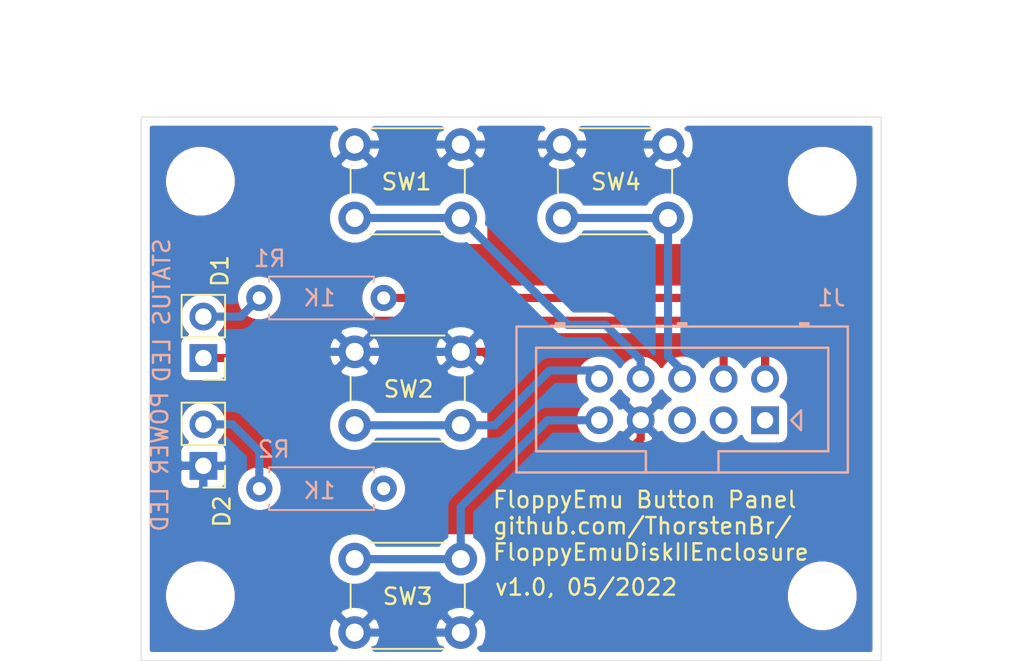
<source format=kicad_pcb>
(kicad_pcb (version 20171130) (host pcbnew 5.1.8-5.1.8)

  (general
    (thickness 1.6)
    (drawings 13)
    (tracks 57)
    (zones 0)
    (modules 13)
    (nets 13)
  )

  (page A4)
  (title_block
    (title "FloppyEmu Button Panel")
    (date 2022-05-16)
    (rev 1.0)
    (company "Thorsten Brehm")
  )

  (layers
    (0 F.Cu signal)
    (31 B.Cu signal)
    (32 B.Adhes user)
    (33 F.Adhes user)
    (34 B.Paste user)
    (35 F.Paste user)
    (36 B.SilkS user)
    (37 F.SilkS user)
    (38 B.Mask user)
    (39 F.Mask user)
    (40 Dwgs.User user)
    (41 Cmts.User user)
    (42 Eco1.User user)
    (43 Eco2.User user)
    (44 Edge.Cuts user)
    (45 Margin user)
    (46 B.CrtYd user)
    (47 F.CrtYd user)
    (48 B.Fab user)
    (49 F.Fab user)
  )

  (setup
    (last_trace_width 0.5)
    (user_trace_width 0.5)
    (trace_clearance 0.2)
    (zone_clearance 0.508)
    (zone_45_only no)
    (trace_min 0.2)
    (via_size 0.8)
    (via_drill 0.4)
    (via_min_size 0.4)
    (via_min_drill 0.3)
    (uvia_size 0.3)
    (uvia_drill 0.1)
    (uvias_allowed no)
    (uvia_min_size 0.2)
    (uvia_min_drill 0.1)
    (edge_width 0.05)
    (segment_width 0.2)
    (pcb_text_width 0.3)
    (pcb_text_size 1.5 1.5)
    (mod_edge_width 0.12)
    (mod_text_size 1 1)
    (mod_text_width 0.15)
    (pad_size 3.2 3.2)
    (pad_drill 3.2)
    (pad_to_mask_clearance 0)
    (aux_axis_origin 0 0)
    (visible_elements FFFFFF7F)
    (pcbplotparams
      (layerselection 0x010fc_ffffffff)
      (usegerberextensions false)
      (usegerberattributes true)
      (usegerberadvancedattributes true)
      (creategerberjobfile true)
      (excludeedgelayer true)
      (linewidth 0.100000)
      (plotframeref false)
      (viasonmask false)
      (mode 1)
      (useauxorigin false)
      (hpglpennumber 1)
      (hpglpenspeed 20)
      (hpglpendiameter 15.000000)
      (psnegative false)
      (psa4output false)
      (plotreference true)
      (plotvalue true)
      (plotinvisibletext false)
      (padsonsilk false)
      (subtractmaskfromsilk false)
      (outputformat 4)
      (mirror false)
      (drillshape 0)
      (scaleselection 1)
      (outputdirectory "/home/brehm/Daten/Hardware/KiCad/FloppyEmu/FloppyEmuButtonPanel/Print/"))
  )

  (net 0 "")
  (net 1 +5V)
  (net 2 /SELECT)
  (net 3 /PREVIOUS)
  (net 4 /RESET)
  (net 5 /STATUS)
  (net 6 GND)
  (net 7 /NEXT)
  (net 8 "Net-(D1-Pad2)")
  (net 9 "Net-(J1-Pad5)")
  (net 10 "Net-(D2-Pad2)")
  (net 11 "Net-(J1-Pad3)")
  (net 12 "Net-(J1-Pad1)")

  (net_class Default "This is the default net class."
    (clearance 0.2)
    (trace_width 0.25)
    (via_dia 0.8)
    (via_drill 0.4)
    (uvia_dia 0.3)
    (uvia_drill 0.1)
    (add_net +5V)
    (add_net /NEXT)
    (add_net /PREVIOUS)
    (add_net /RESET)
    (add_net /SELECT)
    (add_net /STATUS)
    (add_net GND)
    (add_net "Net-(D1-Pad2)")
    (add_net "Net-(D2-Pad2)")
    (add_net "Net-(J1-Pad1)")
    (add_net "Net-(J1-Pad3)")
    (add_net "Net-(J1-Pad5)")
  )

  (module Mounting_Holes:MountingHole_3.2mm_M3 (layer F.Cu) (tedit 56D1B4CB) (tstamp 6282B512)
    (at 140.41 96.23)
    (descr "Mounting Hole 3.2mm, no annular, M3")
    (tags "mounting hole 3.2mm no annular m3")
    (path /6283B47E)
    (attr virtual)
    (fp_text reference H4 (at 0 -4.2) (layer F.SilkS) hide
      (effects (font (size 1 1) (thickness 0.15)))
    )
    (fp_text value MountingHole (at 0 4.2) (layer F.Fab) hide
      (effects (font (size 1 1) (thickness 0.15)))
    )
    (fp_circle (center 0 0) (end 3.45 0) (layer F.CrtYd) (width 0.05))
    (fp_circle (center 0 0) (end 3.2 0) (layer Cmts.User) (width 0.15))
    (fp_text user %R (at 0.3 0) (layer F.Fab)
      (effects (font (size 1 1) (thickness 0.15)))
    )
    (pad 1 np_thru_hole circle (at 0 0) (size 3.2 3.2) (drill 3.2) (layers *.Cu *.Mask))
  )

  (module Mounting_Holes:MountingHole_3.2mm_M3 (layer F.Cu) (tedit 56D1B4CB) (tstamp 6282B50F)
    (at 140.41 70.83)
    (descr "Mounting Hole 3.2mm, no annular, M3")
    (tags "mounting hole 3.2mm no annular m3")
    (path /6283B185)
    (attr virtual)
    (fp_text reference H3 (at 0 -4.2) (layer F.SilkS) hide
      (effects (font (size 1 1) (thickness 0.15)))
    )
    (fp_text value MountingHole (at 0 4.2) (layer F.Fab) hide
      (effects (font (size 1 1) (thickness 0.15)))
    )
    (fp_circle (center 0 0) (end 3.45 0) (layer F.CrtYd) (width 0.05))
    (fp_circle (center 0 0) (end 3.2 0) (layer Cmts.User) (width 0.15))
    (fp_text user %R (at 0.3 0) (layer F.Fab)
      (effects (font (size 1 1) (thickness 0.15)))
    )
    (pad 1 np_thru_hole circle (at 0 0) (size 3.2 3.2) (drill 3.2) (layers *.Cu *.Mask))
  )

  (module Mounting_Holes:MountingHole_3.2mm_M3 (layer F.Cu) (tedit 56D1B4CB) (tstamp 6282B6F4)
    (at 102.31 70.83)
    (descr "Mounting Hole 3.2mm, no annular, M3")
    (tags "mounting hole 3.2mm no annular m3")
    (path /6283AD76)
    (attr virtual)
    (fp_text reference H2 (at 0 -4.2) (layer F.SilkS) hide
      (effects (font (size 1 1) (thickness 0.15)))
    )
    (fp_text value MountingHole (at 0 4.2) (layer F.Fab) hide
      (effects (font (size 1 1) (thickness 0.15)))
    )
    (fp_circle (center 0 0) (end 3.45 0) (layer F.CrtYd) (width 0.05))
    (fp_circle (center 0 0) (end 3.2 0) (layer Cmts.User) (width 0.15))
    (fp_text user %R (at 0.3 0) (layer F.Fab)
      (effects (font (size 1 1) (thickness 0.15)))
    )
    (pad 1 np_thru_hole circle (at 0 0) (size 3.2 3.2) (drill 3.2) (layers *.Cu *.Mask))
  )

  (module Mounting_Holes:MountingHole_3.2mm_M3 (layer F.Cu) (tedit 56D1B4CB) (tstamp 6282B509)
    (at 102.31 96.23)
    (descr "Mounting Hole 3.2mm, no annular, M3")
    (tags "mounting hole 3.2mm no annular m3")
    (path /6283B6E3)
    (attr virtual)
    (fp_text reference H1 (at 0 -4.2) (layer F.SilkS) hide
      (effects (font (size 1 1) (thickness 0.15)))
    )
    (fp_text value MountingHole (at 0 4.2) (layer F.Fab) hide
      (effects (font (size 1 1) (thickness 0.15)))
    )
    (fp_circle (center 0 0) (end 3.45 0) (layer F.CrtYd) (width 0.05))
    (fp_circle (center 0 0) (end 3.2 0) (layer Cmts.User) (width 0.15))
    (fp_text user %R (at 0.3 0) (layer F.Fab)
      (effects (font (size 1 1) (thickness 0.15)))
    )
    (pad 1 np_thru_hole circle (at 0 0) (size 3.2 3.2) (drill 3.2) (layers *.Cu *.Mask))
  )

  (module ThorstensFootprints:Box_Header_2x05x2.54mm_Straight (layer B.Cu) (tedit 59B4401C) (tstamp 6280F71D)
    (at 136.906 85.471 180)
    (descr http://www.farnell.com/datasheets/1520732.pdf)
    (tags "connector multicomp MC9A MC9A12")
    (path /62826E2B)
    (fp_text reference J1 (at -4.064 7.493) (layer B.SilkS)
      (effects (font (size 1 1) (thickness 0.15)) (justify mirror))
    )
    (fp_text value ButtonPanelConnector (at 4.699 -4.953) (layer B.Paste) hide
      (effects (font (size 1 1) (thickness 0.15)) (justify mirror))
    )
    (fp_line (start 15.75 -3.7) (end -5.55 -3.7) (layer B.CrtYd) (width 0.05))
    (fp_line (start 15.75 6.25) (end 15.75 -3.7) (layer B.CrtYd) (width 0.05))
    (fp_line (start -5.55 6.25) (end 15.75 6.25) (layer B.CrtYd) (width 0.05))
    (fp_line (start -5.55 -3.7) (end -5.55 6.25) (layer B.CrtYd) (width 0.05))
    (fp_line (start -1.6 0) (end -2.2 -0.6) (layer B.SilkS) (width 0.15))
    (fp_line (start -2.2 0.6) (end -1.6 0) (layer B.SilkS) (width 0.15))
    (fp_line (start -2.2 -0.6) (end -2.2 0.6) (layer B.SilkS) (width 0.15))
    (fp_line (start -2.65 5.84) (end -2.15 5.84) (layer B.SilkS) (width 0.15))
    (fp_line (start -2.15 5.94) (end -2.15 5.74) (layer B.SilkS) (width 0.15))
    (fp_line (start -2.65 5.94) (end -2.15 5.94) (layer B.SilkS) (width 0.15))
    (fp_line (start -2.65 5.74) (end -2.65 5.94) (layer B.SilkS) (width 0.15))
    (fp_line (start 12.31 5.84) (end 12.81 5.84) (layer B.SilkS) (width 0.15))
    (fp_line (start 12.81 5.94) (end 12.81 5.74) (layer B.SilkS) (width 0.15))
    (fp_line (start 12.31 5.94) (end 12.81 5.94) (layer B.SilkS) (width 0.15))
    (fp_line (start 12.31 5.74) (end 12.31 5.94) (layer B.SilkS) (width 0.15))
    (fp_line (start 4.83 5.84) (end 5.33 5.84) (layer B.SilkS) (width 0.15))
    (fp_line (start 5.33 5.94) (end 5.33 5.74) (layer B.SilkS) (width 0.15))
    (fp_line (start 4.83 5.94) (end 5.33 5.94) (layer B.SilkS) (width 0.15))
    (fp_line (start 4.83 5.74) (end 4.83 5.94) (layer B.SilkS) (width 0.15))
    (fp_line (start 7.305 -1.9) (end 7.305 -3.2) (layer B.SilkS) (width 0.15))
    (fp_line (start 14.03 -1.9) (end 7.305 -1.9) (layer B.SilkS) (width 0.15))
    (fp_line (start 14.03 4.44) (end 14.03 -1.9) (layer B.SilkS) (width 0.15))
    (fp_line (start -3.87 4.44) (end 14.03 4.44) (layer B.SilkS) (width 0.15))
    (fp_line (start -3.87 -1.9) (end -3.87 4.44) (layer B.SilkS) (width 0.15))
    (fp_line (start 2.855 -1.9) (end -3.87 -1.9) (layer B.SilkS) (width 0.15))
    (fp_line (start 2.855 -3.2) (end 2.855 -1.9) (layer B.SilkS) (width 0.15))
    (fp_line (start 15.23 -3.2) (end -5.07 -3.2) (layer B.SilkS) (width 0.15))
    (fp_line (start 15.23 5.74) (end 15.23 -3.2) (layer B.SilkS) (width 0.15))
    (fp_line (start -5.07 5.74) (end 15.23 5.74) (layer B.SilkS) (width 0.15))
    (fp_line (start -5.07 -3.2) (end -5.07 5.74) (layer B.SilkS) (width 0.15))
    (fp_line (start -5.3 6) (end 15.5 6) (layer B.Fab) (width 0.1))
    (fp_line (start 15.5 6) (end 15.5 -3.5) (layer B.Fab) (width 0.1))
    (fp_line (start 15.5 -3.5) (end -5.3 -3.5) (layer B.Fab) (width 0.1))
    (fp_line (start -5.3 -3.5) (end -5.3 6) (layer B.Fab) (width 0.1))
    (fp_line (start -1.2 1.1) (end 1.2 1.1) (layer B.Fab) (width 0.1))
    (fp_line (start 1.2 1.1) (end 1.2 -1.2) (layer B.Fab) (width 0.1))
    (fp_line (start 1.2 -1.2) (end -1.2 -1.2) (layer B.Fab) (width 0.1))
    (fp_line (start -1.2 -1.2) (end -1.2 1.1) (layer B.Fab) (width 0.1))
    (fp_text user %R (at 13.716 -4.699 180) (layer B.Fab) hide
      (effects (font (size 1 1) (thickness 0.15)) (justify mirror))
    )
    (pad 10 thru_hole circle (at 10.16 2.54 180) (size 1.7 1.7) (drill 1) (layers *.Cu *.Mask)
      (net 2 /SELECT))
    (pad 9 thru_hole circle (at 10.16 0 180) (size 1.7 1.7) (drill 1) (layers *.Cu *.Mask)
      (net 7 /NEXT))
    (pad 8 thru_hole circle (at 7.62 2.54 180) (size 1.7 1.7) (drill 1) (layers *.Cu *.Mask)
      (net 3 /PREVIOUS))
    (pad 7 thru_hole circle (at 7.62 0 180) (size 1.7 1.7) (drill 1) (layers *.Cu *.Mask)
      (net 6 GND))
    (pad 6 thru_hole circle (at 5.08 2.54 180) (size 1.7 1.7) (drill 1) (layers *.Cu *.Mask)
      (net 4 /RESET))
    (pad 5 thru_hole circle (at 5.08 0 180) (size 1.7 1.7) (drill 1) (layers *.Cu *.Mask)
      (net 9 "Net-(J1-Pad5)"))
    (pad 4 thru_hole circle (at 2.54 2.54 180) (size 1.7 1.7) (drill 1) (layers *.Cu *.Mask)
      (net 5 /STATUS))
    (pad 3 thru_hole circle (at 2.54 0 180) (size 1.7 1.7) (drill 1) (layers *.Cu *.Mask)
      (net 11 "Net-(J1-Pad3)"))
    (pad 2 thru_hole circle (at 0 2.54 180) (size 1.7 1.7) (drill 1) (layers *.Cu *.Mask)
      (net 1 +5V))
    (pad 1 thru_hole rect (at 0 0 180) (size 1.7 1.7) (drill 1) (layers *.Cu *.Mask)
      (net 12 "Net-(J1-Pad1)"))
    (model ${KISYS3DMOD}/LibreSolar.3dshapes/Wuerth_WR-WTB_61201021621.stp
      (offset (xyz 5.079999923706055 1.269999980926514 4.499999932416782))
      (scale (xyz 1 1 1))
      (rotate (xyz 0 0 0))
    )
  )

  (module Resistors_THT:R_Axial_DIN0207_L6.3mm_D2.5mm_P7.62mm_Horizontal (layer B.Cu) (tedit 5874F706) (tstamp 6280EAEF)
    (at 113.538 89.662 180)
    (descr "Resistor, Axial_DIN0207 series, Axial, Horizontal, pin pitch=7.62mm, 0.25W = 1/4W, length*diameter=6.3*2.5mm^2, http://cdn-reichelt.de/documents/datenblatt/B400/1_4W%23YAG.pdf")
    (tags "Resistor Axial_DIN0207 series Axial Horizontal pin pitch 7.62mm 0.25W = 1/4W length 6.3mm diameter 2.5mm")
    (path /6274C43F)
    (fp_text reference R2 (at 6.731 2.413 180) (layer B.SilkS)
      (effects (font (size 1 1) (thickness 0.15)) (justify mirror))
    )
    (fp_text value 1K (at 3.937 -0.127 180) (layer B.SilkS)
      (effects (font (size 1 1) (thickness 0.15)) (justify mirror))
    )
    (fp_line (start 0.66 1.25) (end 0.66 -1.25) (layer B.Fab) (width 0.1))
    (fp_line (start 0.66 -1.25) (end 6.96 -1.25) (layer B.Fab) (width 0.1))
    (fp_line (start 6.96 -1.25) (end 6.96 1.25) (layer B.Fab) (width 0.1))
    (fp_line (start 6.96 1.25) (end 0.66 1.25) (layer B.Fab) (width 0.1))
    (fp_line (start 0 0) (end 0.66 0) (layer B.Fab) (width 0.1))
    (fp_line (start 7.62 0) (end 6.96 0) (layer B.Fab) (width 0.1))
    (fp_line (start 0.6 0.98) (end 0.6 1.31) (layer B.SilkS) (width 0.12))
    (fp_line (start 0.6 1.31) (end 7.02 1.31) (layer B.SilkS) (width 0.12))
    (fp_line (start 7.02 1.31) (end 7.02 0.98) (layer B.SilkS) (width 0.12))
    (fp_line (start 0.6 -0.98) (end 0.6 -1.31) (layer B.SilkS) (width 0.12))
    (fp_line (start 0.6 -1.31) (end 7.02 -1.31) (layer B.SilkS) (width 0.12))
    (fp_line (start 7.02 -1.31) (end 7.02 -0.98) (layer B.SilkS) (width 0.12))
    (fp_line (start -1.05 1.6) (end -1.05 -1.6) (layer B.CrtYd) (width 0.05))
    (fp_line (start -1.05 -1.6) (end 8.7 -1.6) (layer B.CrtYd) (width 0.05))
    (fp_line (start 8.7 -1.6) (end 8.7 1.6) (layer B.CrtYd) (width 0.05))
    (fp_line (start 8.7 1.6) (end -1.05 1.6) (layer B.CrtYd) (width 0.05))
    (pad 1 thru_hole circle (at 0 0 180) (size 1.6 1.6) (drill 0.8) (layers *.Cu *.Mask)
      (net 1 +5V))
    (pad 2 thru_hole oval (at 7.62 0 180) (size 1.6 1.6) (drill 0.8) (layers *.Cu *.Mask)
      (net 10 "Net-(D2-Pad2)"))
    (model ${KISYS3DMOD}/Resistors_THT.3dshapes/R_Axial_DIN0207_L6.3mm_D2.5mm_P7.62mm_Horizontal.wrl
      (at (xyz 0 0 0))
      (scale (xyz 0.393701 0.393701 0.393701))
      (rotate (xyz 0 0 0))
    )
  )

  (module Pin_Headers:Pin_Header_Straight_1x02_Pitch2.54mm (layer F.Cu) (tedit 59650532) (tstamp 628100A5)
    (at 102.489 88.265 180)
    (descr "Through hole straight pin header, 1x02, 2.54mm pitch, single row")
    (tags "Through hole pin header THT 1x02 2.54mm single row")
    (path /6274C215)
    (fp_text reference D2 (at -1.143 -2.794 90) (layer F.SilkS)
      (effects (font (size 1 1) (thickness 0.15)))
    )
    (fp_text value "POWER LED" (at 2.667 0.254 90) (layer B.SilkS)
      (effects (font (size 1 1) (thickness 0.15)) (justify mirror))
    )
    (fp_line (start -0.635 -1.27) (end 1.27 -1.27) (layer F.Fab) (width 0.1))
    (fp_line (start 1.27 -1.27) (end 1.27 3.81) (layer F.Fab) (width 0.1))
    (fp_line (start 1.27 3.81) (end -1.27 3.81) (layer F.Fab) (width 0.1))
    (fp_line (start -1.27 3.81) (end -1.27 -0.635) (layer F.Fab) (width 0.1))
    (fp_line (start -1.27 -0.635) (end -0.635 -1.27) (layer F.Fab) (width 0.1))
    (fp_line (start -1.33 3.87) (end 1.33 3.87) (layer F.SilkS) (width 0.12))
    (fp_line (start -1.33 1.27) (end -1.33 3.87) (layer F.SilkS) (width 0.12))
    (fp_line (start 1.33 1.27) (end 1.33 3.87) (layer F.SilkS) (width 0.12))
    (fp_line (start -1.33 1.27) (end 1.33 1.27) (layer F.SilkS) (width 0.12))
    (fp_line (start -1.33 0) (end -1.33 -1.33) (layer F.SilkS) (width 0.12))
    (fp_line (start -1.33 -1.33) (end 0 -1.33) (layer F.SilkS) (width 0.12))
    (fp_line (start -1.8 -1.8) (end -1.8 4.35) (layer F.CrtYd) (width 0.05))
    (fp_line (start -1.8 4.35) (end 1.8 4.35) (layer F.CrtYd) (width 0.05))
    (fp_line (start 1.8 4.35) (end 1.8 -1.8) (layer F.CrtYd) (width 0.05))
    (fp_line (start 1.8 -1.8) (end -1.8 -1.8) (layer F.CrtYd) (width 0.05))
    (fp_text user %R (at -2.54 2.032 90) (layer F.Fab) hide
      (effects (font (size 1 1) (thickness 0.15)))
    )
    (pad 1 thru_hole rect (at 0 0 180) (size 1.7 1.7) (drill 1) (layers *.Cu *.Mask)
      (net 6 GND))
    (pad 2 thru_hole oval (at 0 2.54 180) (size 1.7 1.7) (drill 1) (layers *.Cu *.Mask)
      (net 10 "Net-(D2-Pad2)"))
    (model ${KISYS3DMOD}/Pin_Headers.3dshapes/Pin_Header_Straight_1x02_Pitch2.54mm.wrl
      (at (xyz 0 0 0))
      (scale (xyz 1 1 1))
      (rotate (xyz 0 0 0))
    )
  )

  (module Resistors_THT:R_Axial_DIN0207_L6.3mm_D2.5mm_P7.62mm_Horizontal (layer B.Cu) (tedit 5874F706) (tstamp 6274511F)
    (at 113.538 77.978 180)
    (descr "Resistor, Axial_DIN0207 series, Axial, Horizontal, pin pitch=7.62mm, 0.25W = 1/4W, length*diameter=6.3*2.5mm^2, http://cdn-reichelt.de/documents/datenblatt/B400/1_4W%23YAG.pdf")
    (tags "Resistor Axial_DIN0207 series Axial Horizontal pin pitch 7.62mm 0.25W = 1/4W length 6.3mm diameter 2.5mm")
    (path /6274AF14)
    (fp_text reference R1 (at 6.985 2.413 180) (layer B.SilkS)
      (effects (font (size 1 1) (thickness 0.15)) (justify mirror))
    )
    (fp_text value 1K (at 3.937 0 180) (layer B.SilkS)
      (effects (font (size 1 1) (thickness 0.15)) (justify mirror))
    )
    (fp_line (start 0.66 1.25) (end 0.66 -1.25) (layer B.Fab) (width 0.1))
    (fp_line (start 0.66 -1.25) (end 6.96 -1.25) (layer B.Fab) (width 0.1))
    (fp_line (start 6.96 -1.25) (end 6.96 1.25) (layer B.Fab) (width 0.1))
    (fp_line (start 6.96 1.25) (end 0.66 1.25) (layer B.Fab) (width 0.1))
    (fp_line (start 0 0) (end 0.66 0) (layer B.Fab) (width 0.1))
    (fp_line (start 7.62 0) (end 6.96 0) (layer B.Fab) (width 0.1))
    (fp_line (start 0.6 0.98) (end 0.6 1.31) (layer B.SilkS) (width 0.12))
    (fp_line (start 0.6 1.31) (end 7.02 1.31) (layer B.SilkS) (width 0.12))
    (fp_line (start 7.02 1.31) (end 7.02 0.98) (layer B.SilkS) (width 0.12))
    (fp_line (start 0.6 -0.98) (end 0.6 -1.31) (layer B.SilkS) (width 0.12))
    (fp_line (start 0.6 -1.31) (end 7.02 -1.31) (layer B.SilkS) (width 0.12))
    (fp_line (start 7.02 -1.31) (end 7.02 -0.98) (layer B.SilkS) (width 0.12))
    (fp_line (start -1.05 1.6) (end -1.05 -1.6) (layer B.CrtYd) (width 0.05))
    (fp_line (start -1.05 -1.6) (end 8.7 -1.6) (layer B.CrtYd) (width 0.05))
    (fp_line (start 8.7 -1.6) (end 8.7 1.6) (layer B.CrtYd) (width 0.05))
    (fp_line (start 8.7 1.6) (end -1.05 1.6) (layer B.CrtYd) (width 0.05))
    (pad 1 thru_hole circle (at 0 0 180) (size 1.6 1.6) (drill 0.8) (layers *.Cu *.Mask)
      (net 1 +5V))
    (pad 2 thru_hole oval (at 7.62 0 180) (size 1.6 1.6) (drill 0.8) (layers *.Cu *.Mask)
      (net 8 "Net-(D1-Pad2)"))
    (model ${KISYS3DMOD}/Resistors_THT.3dshapes/R_Axial_DIN0207_L6.3mm_D2.5mm_P7.62mm_Horizontal.wrl
      (at (xyz 0 0 0))
      (scale (xyz 0.393701 0.393701 0.393701))
      (rotate (xyz 0 0 0))
    )
  )

  (module Pin_Headers:Pin_Header_Straight_1x02_Pitch2.54mm (layer F.Cu) (tedit 59650532) (tstamp 6280E674)
    (at 102.489 81.661 180)
    (descr "Through hole straight pin header, 1x02, 2.54mm pitch, single row")
    (tags "Through hole pin header THT 1x02 2.54mm single row")
    (path /6274B5B6)
    (fp_text reference D1 (at -1.016 5.334 90) (layer F.SilkS)
      (effects (font (size 1 1) (thickness 0.15)))
    )
    (fp_text value "STATUS LED" (at 2.54 2.921 90) (layer B.SilkS)
      (effects (font (size 1 1) (thickness 0.15)) (justify mirror))
    )
    (fp_line (start -0.635 -1.27) (end 1.27 -1.27) (layer F.Fab) (width 0.1))
    (fp_line (start 1.27 -1.27) (end 1.27 3.81) (layer F.Fab) (width 0.1))
    (fp_line (start 1.27 3.81) (end -1.27 3.81) (layer F.Fab) (width 0.1))
    (fp_line (start -1.27 3.81) (end -1.27 -0.635) (layer F.Fab) (width 0.1))
    (fp_line (start -1.27 -0.635) (end -0.635 -1.27) (layer F.Fab) (width 0.1))
    (fp_line (start -1.33 3.87) (end 1.33 3.87) (layer F.SilkS) (width 0.12))
    (fp_line (start -1.33 1.27) (end -1.33 3.87) (layer F.SilkS) (width 0.12))
    (fp_line (start 1.33 1.27) (end 1.33 3.87) (layer F.SilkS) (width 0.12))
    (fp_line (start -1.33 1.27) (end 1.33 1.27) (layer F.SilkS) (width 0.12))
    (fp_line (start -1.33 0) (end -1.33 -1.33) (layer F.SilkS) (width 0.12))
    (fp_line (start -1.33 -1.33) (end 0 -1.33) (layer F.SilkS) (width 0.12))
    (fp_line (start -1.8 -1.8) (end -1.8 4.35) (layer F.CrtYd) (width 0.05))
    (fp_line (start -1.8 4.35) (end 1.8 4.35) (layer F.CrtYd) (width 0.05))
    (fp_line (start 1.8 4.35) (end 1.8 -1.8) (layer F.CrtYd) (width 0.05))
    (fp_line (start 1.8 -1.8) (end -1.8 -1.8) (layer F.CrtYd) (width 0.05))
    (fp_text user %R (at -2.667 0.127 90) (layer F.Fab) hide
      (effects (font (size 1 1) (thickness 0.15)))
    )
    (pad 1 thru_hole rect (at 0 0 180) (size 1.7 1.7) (drill 1) (layers *.Cu *.Mask)
      (net 5 /STATUS))
    (pad 2 thru_hole oval (at 0 2.54 180) (size 1.7 1.7) (drill 1) (layers *.Cu *.Mask)
      (net 8 "Net-(D1-Pad2)"))
    (model ${KISYS3DMOD}/Pin_Headers.3dshapes/Pin_Header_Straight_1x02_Pitch2.54mm.wrl
      (at (xyz 0 0 0))
      (scale (xyz 1 1 1))
      (rotate (xyz 0 0 0))
    )
  )

  (module Buttons_Switches_THT:SW_PUSH_6mm_h5mm (layer F.Cu) (tedit 5923F252) (tstamp 6274514C)
    (at 111.76 68.58)
    (descr "tactile push button, 6x6mm e.g. PHAP33xx series, height=5mm")
    (tags "tact sw push 6mm")
    (path /62744C78)
    (fp_text reference SW1 (at 3.175 2.286) (layer F.SilkS)
      (effects (font (size 1 1) (thickness 0.15)))
    )
    (fp_text value PREVIOUS/UP (at 3.75 6.7) (layer F.Fab)
      (effects (font (size 1 1) (thickness 0.15)))
    )
    (fp_line (start 3.25 -0.75) (end 6.25 -0.75) (layer F.Fab) (width 0.1))
    (fp_line (start 6.25 -0.75) (end 6.25 5.25) (layer F.Fab) (width 0.1))
    (fp_line (start 6.25 5.25) (end 0.25 5.25) (layer F.Fab) (width 0.1))
    (fp_line (start 0.25 5.25) (end 0.25 -0.75) (layer F.Fab) (width 0.1))
    (fp_line (start 0.25 -0.75) (end 3.25 -0.75) (layer F.Fab) (width 0.1))
    (fp_line (start 7.75 6) (end 8 6) (layer F.CrtYd) (width 0.05))
    (fp_line (start 8 6) (end 8 5.75) (layer F.CrtYd) (width 0.05))
    (fp_line (start 7.75 -1.5) (end 8 -1.5) (layer F.CrtYd) (width 0.05))
    (fp_line (start 8 -1.5) (end 8 -1.25) (layer F.CrtYd) (width 0.05))
    (fp_line (start -1.5 -1.25) (end -1.5 -1.5) (layer F.CrtYd) (width 0.05))
    (fp_line (start -1.5 -1.5) (end -1.25 -1.5) (layer F.CrtYd) (width 0.05))
    (fp_line (start -1.5 5.75) (end -1.5 6) (layer F.CrtYd) (width 0.05))
    (fp_line (start -1.5 6) (end -1.25 6) (layer F.CrtYd) (width 0.05))
    (fp_line (start -1.25 -1.5) (end 7.75 -1.5) (layer F.CrtYd) (width 0.05))
    (fp_line (start -1.5 5.75) (end -1.5 -1.25) (layer F.CrtYd) (width 0.05))
    (fp_line (start 7.75 6) (end -1.25 6) (layer F.CrtYd) (width 0.05))
    (fp_line (start 8 -1.25) (end 8 5.75) (layer F.CrtYd) (width 0.05))
    (fp_line (start 1 5.5) (end 5.5 5.5) (layer F.SilkS) (width 0.12))
    (fp_line (start -0.25 1.5) (end -0.25 3) (layer F.SilkS) (width 0.12))
    (fp_line (start 5.5 -1) (end 1 -1) (layer F.SilkS) (width 0.12))
    (fp_line (start 6.75 3) (end 6.75 1.5) (layer F.SilkS) (width 0.12))
    (fp_circle (center 3.25 2.25) (end 1.25 2.5) (layer F.Fab) (width 0.1))
    (fp_text user %R (at 3.048 2.157999) (layer F.Fab) hide
      (effects (font (size 1 1) (thickness 0.15)))
    )
    (pad 1 thru_hole circle (at 6.5 0 90) (size 2 2) (drill 1.1) (layers *.Cu *.Mask)
      (net 6 GND))
    (pad 2 thru_hole circle (at 6.5 4.5 90) (size 2 2) (drill 1.1) (layers *.Cu *.Mask)
      (net 3 /PREVIOUS))
    (pad 1 thru_hole circle (at 0 0 90) (size 2 2) (drill 1.1) (layers *.Cu *.Mask)
      (net 6 GND))
    (pad 2 thru_hole circle (at 0 4.5 90) (size 2 2) (drill 1.1) (layers *.Cu *.Mask)
      (net 3 /PREVIOUS))
    (model ${KISYS3DMOD}/Buttons_Switches_THT.3dshapes/SW_PUSH_6mm_h5mm.wrl
      (offset (xyz 0.1269999980926514 0 0))
      (scale (xyz 0.3937 0.3937 0.3937))
      (rotate (xyz 0 0 0))
    )
  )

  (module Buttons_Switches_THT:SW_PUSH_6mm_h5mm (layer F.Cu) (tedit 5923F252) (tstamp 6274516B)
    (at 111.76 81.28)
    (descr "tactile push button, 6x6mm e.g. PHAP33xx series, height=5mm")
    (tags "tact sw push 6mm")
    (path /62744E61)
    (fp_text reference SW2 (at 3.302 2.286) (layer F.SilkS)
      (effects (font (size 1 1) (thickness 0.15)))
    )
    (fp_text value SELECT (at 3.75 6.7) (layer F.Fab)
      (effects (font (size 1 1) (thickness 0.15)))
    )
    (fp_circle (center 3.25 2.25) (end 1.25 2.5) (layer F.Fab) (width 0.1))
    (fp_line (start 6.75 3) (end 6.75 1.5) (layer F.SilkS) (width 0.12))
    (fp_line (start 5.5 -1) (end 1 -1) (layer F.SilkS) (width 0.12))
    (fp_line (start -0.25 1.5) (end -0.25 3) (layer F.SilkS) (width 0.12))
    (fp_line (start 1 5.5) (end 5.5 5.5) (layer F.SilkS) (width 0.12))
    (fp_line (start 8 -1.25) (end 8 5.75) (layer F.CrtYd) (width 0.05))
    (fp_line (start 7.75 6) (end -1.25 6) (layer F.CrtYd) (width 0.05))
    (fp_line (start -1.5 5.75) (end -1.5 -1.25) (layer F.CrtYd) (width 0.05))
    (fp_line (start -1.25 -1.5) (end 7.75 -1.5) (layer F.CrtYd) (width 0.05))
    (fp_line (start -1.5 6) (end -1.25 6) (layer F.CrtYd) (width 0.05))
    (fp_line (start -1.5 5.75) (end -1.5 6) (layer F.CrtYd) (width 0.05))
    (fp_line (start -1.5 -1.5) (end -1.25 -1.5) (layer F.CrtYd) (width 0.05))
    (fp_line (start -1.5 -1.25) (end -1.5 -1.5) (layer F.CrtYd) (width 0.05))
    (fp_line (start 8 -1.5) (end 8 -1.25) (layer F.CrtYd) (width 0.05))
    (fp_line (start 7.75 -1.5) (end 8 -1.5) (layer F.CrtYd) (width 0.05))
    (fp_line (start 8 6) (end 8 5.75) (layer F.CrtYd) (width 0.05))
    (fp_line (start 7.75 6) (end 8 6) (layer F.CrtYd) (width 0.05))
    (fp_line (start 0.25 -0.75) (end 3.25 -0.75) (layer F.Fab) (width 0.1))
    (fp_line (start 0.25 5.25) (end 0.25 -0.75) (layer F.Fab) (width 0.1))
    (fp_line (start 6.25 5.25) (end 0.25 5.25) (layer F.Fab) (width 0.1))
    (fp_line (start 6.25 -0.75) (end 6.25 5.25) (layer F.Fab) (width 0.1))
    (fp_line (start 3.25 -0.75) (end 6.25 -0.75) (layer F.Fab) (width 0.1))
    (fp_text user %R (at 3.25 2.25) (layer F.Fab) hide
      (effects (font (size 1 1) (thickness 0.15)))
    )
    (pad 2 thru_hole circle (at 0 4.5 90) (size 2 2) (drill 1.1) (layers *.Cu *.Mask)
      (net 2 /SELECT))
    (pad 1 thru_hole circle (at 0 0 90) (size 2 2) (drill 1.1) (layers *.Cu *.Mask)
      (net 6 GND))
    (pad 2 thru_hole circle (at 6.5 4.5 90) (size 2 2) (drill 1.1) (layers *.Cu *.Mask)
      (net 2 /SELECT))
    (pad 1 thru_hole circle (at 6.5 0 90) (size 2 2) (drill 1.1) (layers *.Cu *.Mask)
      (net 6 GND))
    (model ${KISYS3DMOD}/Buttons_Switches_THT.3dshapes/SW_PUSH_6mm_h5mm.wrl
      (offset (xyz 0.1269999980926514 0 0))
      (scale (xyz 0.3937 0.3937 0.3937))
      (rotate (xyz 0 0 0))
    )
  )

  (module Buttons_Switches_THT:SW_PUSH_6mm_h5mm (layer F.Cu) (tedit 5923F252) (tstamp 627454DD)
    (at 111.76 93.98)
    (descr "tactile push button, 6x6mm e.g. PHAP33xx series, height=5mm")
    (tags "tact sw push 6mm")
    (path /62745058)
    (fp_text reference SW3 (at 3.25 2.286) (layer F.SilkS)
      (effects (font (size 1 1) (thickness 0.15)))
    )
    (fp_text value NEXT/DOWN (at 3.302 -2.286) (layer F.Fab)
      (effects (font (size 1 1) (thickness 0.15)))
    )
    (fp_line (start 3.25 -0.75) (end 6.25 -0.75) (layer F.Fab) (width 0.1))
    (fp_line (start 6.25 -0.75) (end 6.25 5.25) (layer F.Fab) (width 0.1))
    (fp_line (start 6.25 5.25) (end 0.25 5.25) (layer F.Fab) (width 0.1))
    (fp_line (start 0.25 5.25) (end 0.25 -0.75) (layer F.Fab) (width 0.1))
    (fp_line (start 0.25 -0.75) (end 3.25 -0.75) (layer F.Fab) (width 0.1))
    (fp_line (start 7.75 6) (end 8 6) (layer F.CrtYd) (width 0.05))
    (fp_line (start 8 6) (end 8 5.75) (layer F.CrtYd) (width 0.05))
    (fp_line (start 7.75 -1.5) (end 8 -1.5) (layer F.CrtYd) (width 0.05))
    (fp_line (start 8 -1.5) (end 8 -1.25) (layer F.CrtYd) (width 0.05))
    (fp_line (start -1.5 -1.25) (end -1.5 -1.5) (layer F.CrtYd) (width 0.05))
    (fp_line (start -1.5 -1.5) (end -1.25 -1.5) (layer F.CrtYd) (width 0.05))
    (fp_line (start -1.5 5.75) (end -1.5 6) (layer F.CrtYd) (width 0.05))
    (fp_line (start -1.5 6) (end -1.25 6) (layer F.CrtYd) (width 0.05))
    (fp_line (start -1.25 -1.5) (end 7.75 -1.5) (layer F.CrtYd) (width 0.05))
    (fp_line (start -1.5 5.75) (end -1.5 -1.25) (layer F.CrtYd) (width 0.05))
    (fp_line (start 7.75 6) (end -1.25 6) (layer F.CrtYd) (width 0.05))
    (fp_line (start 8 -1.25) (end 8 5.75) (layer F.CrtYd) (width 0.05))
    (fp_line (start 1 5.5) (end 5.5 5.5) (layer F.SilkS) (width 0.12))
    (fp_line (start -0.25 1.5) (end -0.25 3) (layer F.SilkS) (width 0.12))
    (fp_line (start 5.5 -1) (end 1 -1) (layer F.SilkS) (width 0.12))
    (fp_line (start 6.75 3) (end 6.75 1.5) (layer F.SilkS) (width 0.12))
    (fp_circle (center 3.25 2.25) (end 1.25 2.5) (layer F.Fab) (width 0.1))
    (fp_text user %R (at 3.25 2.25) (layer F.Fab) hide
      (effects (font (size 1 1) (thickness 0.15)))
    )
    (pad 1 thru_hole circle (at 6.5 0 90) (size 2 2) (drill 1.1) (layers *.Cu *.Mask)
      (net 7 /NEXT))
    (pad 2 thru_hole circle (at 6.5 4.5 90) (size 2 2) (drill 1.1) (layers *.Cu *.Mask)
      (net 6 GND))
    (pad 1 thru_hole circle (at 0 0 90) (size 2 2) (drill 1.1) (layers *.Cu *.Mask)
      (net 7 /NEXT))
    (pad 2 thru_hole circle (at 0 4.5 90) (size 2 2) (drill 1.1) (layers *.Cu *.Mask)
      (net 6 GND))
    (model ${KISYS3DMOD}/Buttons_Switches_THT.3dshapes/SW_PUSH_6mm_h5mm.wrl
      (offset (xyz 0.1269999980926514 0 0))
      (scale (xyz 0.3937 0.3937 0.3937))
      (rotate (xyz 0 0 0))
    )
  )

  (module Buttons_Switches_THT:SW_PUSH_6mm_h5mm (layer F.Cu) (tedit 5923F252) (tstamp 627451A9)
    (at 124.46 68.58)
    (descr "tactile push button, 6x6mm e.g. PHAP33xx series, height=5mm")
    (tags "tact sw push 6mm")
    (path /62745342)
    (fp_text reference SW4 (at 3.302 2.286) (layer F.SilkS)
      (effects (font (size 1 1) (thickness 0.15)))
    )
    (fp_text value RESET (at 3.75 6.7) (layer F.Fab)
      (effects (font (size 1 1) (thickness 0.15)))
    )
    (fp_circle (center 3.25 2.25) (end 1.25 2.5) (layer F.Fab) (width 0.1))
    (fp_line (start 6.75 3) (end 6.75 1.5) (layer F.SilkS) (width 0.12))
    (fp_line (start 5.5 -1) (end 1 -1) (layer F.SilkS) (width 0.12))
    (fp_line (start -0.25 1.5) (end -0.25 3) (layer F.SilkS) (width 0.12))
    (fp_line (start 1 5.5) (end 5.5 5.5) (layer F.SilkS) (width 0.12))
    (fp_line (start 8 -1.25) (end 8 5.75) (layer F.CrtYd) (width 0.05))
    (fp_line (start 7.75 6) (end -1.25 6) (layer F.CrtYd) (width 0.05))
    (fp_line (start -1.5 5.75) (end -1.5 -1.25) (layer F.CrtYd) (width 0.05))
    (fp_line (start -1.25 -1.5) (end 7.75 -1.5) (layer F.CrtYd) (width 0.05))
    (fp_line (start -1.5 6) (end -1.25 6) (layer F.CrtYd) (width 0.05))
    (fp_line (start -1.5 5.75) (end -1.5 6) (layer F.CrtYd) (width 0.05))
    (fp_line (start -1.5 -1.5) (end -1.25 -1.5) (layer F.CrtYd) (width 0.05))
    (fp_line (start -1.5 -1.25) (end -1.5 -1.5) (layer F.CrtYd) (width 0.05))
    (fp_line (start 8 -1.5) (end 8 -1.25) (layer F.CrtYd) (width 0.05))
    (fp_line (start 7.75 -1.5) (end 8 -1.5) (layer F.CrtYd) (width 0.05))
    (fp_line (start 8 6) (end 8 5.75) (layer F.CrtYd) (width 0.05))
    (fp_line (start 7.75 6) (end 8 6) (layer F.CrtYd) (width 0.05))
    (fp_line (start 0.25 -0.75) (end 3.25 -0.75) (layer F.Fab) (width 0.1))
    (fp_line (start 0.25 5.25) (end 0.25 -0.75) (layer F.Fab) (width 0.1))
    (fp_line (start 6.25 5.25) (end 0.25 5.25) (layer F.Fab) (width 0.1))
    (fp_line (start 6.25 -0.75) (end 6.25 5.25) (layer F.Fab) (width 0.1))
    (fp_line (start 3.25 -0.75) (end 6.25 -0.75) (layer F.Fab) (width 0.1))
    (fp_text user %R (at 3.484999 2.411999) (layer F.Fab) hide
      (effects (font (size 1 1) (thickness 0.15)))
    )
    (pad 2 thru_hole circle (at 0 4.5 90) (size 2 2) (drill 1.1) (layers *.Cu *.Mask)
      (net 4 /RESET))
    (pad 1 thru_hole circle (at 0 0 90) (size 2 2) (drill 1.1) (layers *.Cu *.Mask)
      (net 6 GND))
    (pad 2 thru_hole circle (at 6.5 4.5 90) (size 2 2) (drill 1.1) (layers *.Cu *.Mask)
      (net 4 /RESET))
    (pad 1 thru_hole circle (at 6.5 0 90) (size 2 2) (drill 1.1) (layers *.Cu *.Mask)
      (net 6 GND))
    (model ${KISYS3DMOD}/Buttons_Switches_THT.3dshapes/SW_PUSH_6mm_h5mm.wrl
      (offset (xyz 0.1269999980926514 0 0))
      (scale (xyz 0.3937 0.3937 0.3937))
      (rotate (xyz 0 0 0))
    )
  )

  (gr_text "v1.0, 05/2022" (at 120.27 95.7) (layer F.SilkS)
    (effects (font (size 1 1) (thickness 0.15)) (justify left))
  )
  (dimension 12.7 (width 0.15) (layer Dwgs.User) (tstamp 62834516)
    (gr_text "12,700 mm" (at 134.06 64.25) (layer Dwgs.User) (tstamp 62834516)
      (effects (font (size 1 1) (thickness 0.15)))
    )
    (feature1 (pts (xy 127.71 70.88) (xy 127.71 64.963579)))
    (feature2 (pts (xy 140.41 70.88) (xy 140.41 64.963579)))
    (crossbar (pts (xy 140.41 65.55) (xy 127.71 65.55)))
    (arrow1a (pts (xy 127.71 65.55) (xy 128.836504 64.963579)))
    (arrow1b (pts (xy 127.71 65.55) (xy 128.836504 66.136421)))
    (arrow2a (pts (xy 140.41 65.55) (xy 139.283496 64.963579)))
    (arrow2b (pts (xy 140.41 65.55) (xy 139.283496 66.136421)))
  )
  (dimension 12.7 (width 0.15) (layer Dwgs.User)
    (gr_text "12,700 mm" (at 108.66 64.2) (layer Dwgs.User)
      (effects (font (size 1 1) (thickness 0.15)))
    )
    (feature1 (pts (xy 102.31 70.83) (xy 102.31 64.913579)))
    (feature2 (pts (xy 115.01 70.83) (xy 115.01 64.913579)))
    (crossbar (pts (xy 115.01 65.5) (xy 102.31 65.5)))
    (arrow1a (pts (xy 102.31 65.5) (xy 103.436504 64.913579)))
    (arrow1b (pts (xy 102.31 65.5) (xy 103.436504 66.086421)))
    (arrow2a (pts (xy 115.01 65.5) (xy 113.883496 64.913579)))
    (arrow2b (pts (xy 115.01 65.5) (xy 113.883496 66.086421)))
  )
  (gr_text "FloppyEmu Button Panel\ngithub.com/ThorstenBr/\nFloppyEmuDiskIIEnclosure" (at 120.142 91.948) (layer F.SilkS)
    (effects (font (size 1 1) (thickness 0.15)) (justify left))
  )
  (dimension 12.7 (width 0.15) (layer Dwgs.User)
    (gr_text "12,700 mm" (at 93.696 89.88 270) (layer Dwgs.User)
      (effects (font (size 1 1) (thickness 0.15)))
    )
    (feature1 (pts (xy 115.01 96.23) (xy 94.409579 96.23)))
    (feature2 (pts (xy 115.01 83.53) (xy 94.409579 83.53)))
    (crossbar (pts (xy 94.996 83.53) (xy 94.996 96.23)))
    (arrow1a (pts (xy 94.996 96.23) (xy 94.409579 95.103496)))
    (arrow1b (pts (xy 94.996 96.23) (xy 95.582421 95.103496)))
    (arrow2a (pts (xy 94.996 83.53) (xy 94.409579 84.656504)))
    (arrow2b (pts (xy 94.996 83.53) (xy 95.582421 84.656504)))
  )
  (dimension 12.7 (width 0.15) (layer Dwgs.User)
    (gr_text "12,700 mm" (at 93.696 77.18 270) (layer Dwgs.User)
      (effects (font (size 1 1) (thickness 0.15)))
    )
    (feature1 (pts (xy 115.01 83.53) (xy 94.409579 83.53)))
    (feature2 (pts (xy 115.01 70.83) (xy 94.409579 70.83)))
    (crossbar (pts (xy 94.996 70.83) (xy 94.996 83.53)))
    (arrow1a (pts (xy 94.996 83.53) (xy 94.409579 82.403496)))
    (arrow1b (pts (xy 94.996 83.53) (xy 95.582421 82.403496)))
    (arrow2a (pts (xy 94.996 70.83) (xy 94.409579 71.956504)))
    (arrow2b (pts (xy 94.996 70.83) (xy 95.582421 71.956504)))
  )
  (dimension 38.1 (width 0.15) (layer Dwgs.User)
    (gr_text "38,100 mm" (at 121.412 60.422) (layer Dwgs.User)
      (effects (font (size 1 1) (thickness 0.15)))
    )
    (feature1 (pts (xy 140.462 70.866) (xy 140.462 61.135579)))
    (feature2 (pts (xy 102.362 70.866) (xy 102.362 61.135579)))
    (crossbar (pts (xy 102.362 61.722) (xy 140.462 61.722)))
    (arrow1a (pts (xy 140.462 61.722) (xy 139.335496 62.308421)))
    (arrow1b (pts (xy 140.462 61.722) (xy 139.335496 61.135579)))
    (arrow2a (pts (xy 102.362 61.722) (xy 103.488504 62.308421)))
    (arrow2b (pts (xy 102.362 61.722) (xy 103.488504 61.135579)))
  )
  (dimension 12.7 (width 0.15) (layer Dwgs.User)
    (gr_text "12,700 mm" (at 121.36 64.232) (layer Dwgs.User)
      (effects (font (size 1 1) (thickness 0.15)))
    )
    (feature1 (pts (xy 127.71 70.83) (xy 127.71 64.945579)))
    (feature2 (pts (xy 115.01 70.83) (xy 115.01 64.945579)))
    (crossbar (pts (xy 115.01 65.532) (xy 127.71 65.532)))
    (arrow1a (pts (xy 127.71 65.532) (xy 126.583496 66.118421)))
    (arrow1b (pts (xy 127.71 65.532) (xy 126.583496 64.945579)))
    (arrow2a (pts (xy 115.01 65.532) (xy 116.136504 66.118421)))
    (arrow2b (pts (xy 115.01 65.532) (xy 116.136504 64.945579)))
  )
  (dimension 25.4 (width 0.15) (layer Dwgs.User)
    (gr_text "25,400 mm" (at 151.414 83.566 270) (layer Dwgs.User)
      (effects (font (size 1 1) (thickness 0.15)))
    )
    (feature1 (pts (xy 140.462 96.266) (xy 150.700421 96.266)))
    (feature2 (pts (xy 140.462 70.866) (xy 150.700421 70.866)))
    (crossbar (pts (xy 150.114 70.866) (xy 150.114 96.266)))
    (arrow1a (pts (xy 150.114 96.266) (xy 149.527579 95.139496)))
    (arrow1b (pts (xy 150.114 96.266) (xy 150.700421 95.139496)))
    (arrow2a (pts (xy 150.114 70.866) (xy 149.527579 71.992504)))
    (arrow2b (pts (xy 150.114 70.866) (xy 150.700421 71.992504)))
  )
  (gr_line (start 144.018 66.9) (end 98.679 66.9) (layer Edge.Cuts) (width 0.05) (tstamp 6282A99C))
  (gr_line (start 144.018 100.2) (end 144.018 66.9) (layer Edge.Cuts) (width 0.05))
  (gr_line (start 98.679 100.2) (end 144.018 100.2) (layer Edge.Cuts) (width 0.05))
  (gr_line (start 98.679 66.9) (end 98.679 100.2) (layer Edge.Cuts) (width 0.05))

  (segment (start 136.906 81.28) (end 136.906 82.423) (width 0.5) (layer F.Cu) (net 1))
  (segment (start 133.604 77.978) (end 136.906 81.28) (width 0.5) (layer F.Cu) (net 1))
  (segment (start 113.538 77.978) (end 133.604 77.978) (width 0.5) (layer F.Cu) (net 1))
  (segment (start 118.618 86.138) (end 118.26 85.78) (width 0.5) (layer B.Cu) (net 2))
  (segment (start 118.26 85.78) (end 111.76 85.78) (width 0.5) (layer B.Cu) (net 2))
  (segment (start 118.26 85.78) (end 120.341 85.78) (width 0.5) (layer B.Cu) (net 2))
  (segment (start 123.698 82.423) (end 126.746 82.423) (width 0.5) (layer B.Cu) (net 2))
  (segment (start 120.341 85.78) (end 123.698 82.423) (width 0.5) (layer B.Cu) (net 2))
  (segment (start 111.76 73.08) (end 118.26 73.08) (width 0.5) (layer B.Cu) (net 3))
  (segment (start 118.26 73.08) (end 124.809 79.629) (width 0.5) (layer B.Cu) (net 3))
  (segment (start 124.809 79.629) (end 127.127 79.629) (width 0.5) (layer B.Cu) (net 3))
  (segment (start 129.286 81.788) (end 129.286 82.423) (width 0.5) (layer B.Cu) (net 3))
  (segment (start 127.127 79.629) (end 129.286 81.788) (width 0.5) (layer B.Cu) (net 3))
  (segment (start 124.46 73.08) (end 130.96 73.08) (width 0.5) (layer B.Cu) (net 4))
  (segment (start 130.96 81.557) (end 131.826 82.423) (width 0.5) (layer B.Cu) (net 4))
  (segment (start 130.96 73.08) (end 130.96 81.557) (width 0.5) (layer B.Cu) (net 4))
  (segment (start 134.366 81.28) (end 134.366 82.423) (width 0.5) (layer F.Cu) (net 5))
  (segment (start 132.461 79.375) (end 134.366 81.28) (width 0.5) (layer F.Cu) (net 5))
  (segment (start 109.982 79.375) (end 132.461 79.375) (width 0.5) (layer F.Cu) (net 5))
  (segment (start 107.696 81.661) (end 109.982 79.375) (width 0.5) (layer F.Cu) (net 5))
  (segment (start 102.489 81.661) (end 107.696 81.661) (width 0.5) (layer F.Cu) (net 5))
  (segment (start 111.76 68.58) (end 124.46 68.58) (width 0.25) (layer B.Cu) (net 6))
  (segment (start 111.76 81.28) (end 108.458 81.28) (width 0.25) (layer B.Cu) (net 6))
  (segment (start 108.458 81.28) (end 108.458 71.882) (width 0.25) (layer B.Cu) (net 6))
  (segment (start 111.76 81.28) (end 118.26 81.28) (width 0.25) (layer B.Cu) (net 6))
  (segment (start 124.46 68.58) (end 130.96 68.58) (width 0.25) (layer B.Cu) (net 6))
  (segment (start 108.458 89.408) (end 108.458 81.28) (width 0.25) (layer B.Cu) (net 6))
  (segment (start 108.458 95.178) (end 108.458 89.408) (width 0.25) (layer B.Cu) (net 6))
  (segment (start 110.272 96.992) (end 108.458 95.178) (width 0.25) (layer B.Cu) (net 6))
  (segment (start 111.76 98.48) (end 110.272 96.992) (width 0.25) (layer B.Cu) (net 6))
  (segment (start 111.76 68.58) (end 130.96 68.58) (width 0.5) (layer B.Cu) (net 6))
  (segment (start 111.76 68.58) (end 108.458 71.882) (width 0.5) (layer B.Cu) (net 6))
  (segment (start 111.76 98.48) (end 108.458 95.178) (width 0.5) (layer B.Cu) (net 6))
  (segment (start 110.236 97.028) (end 110.272 96.992) (width 0.5) (layer B.Cu) (net 6))
  (segment (start 111.76 98.48) (end 118.26 98.48) (width 0.5) (layer B.Cu) (net 6))
  (segment (start 118.26 81.28) (end 108.458 81.28) (width 0.5) (layer B.Cu) (net 6))
  (segment (start 102.489 88.265) (end 102.489 89.662) (width 0.5) (layer B.Cu) (net 6))
  (segment (start 104.648 91.821) (end 108.458 91.821) (width 0.5) (layer B.Cu) (net 6))
  (segment (start 102.489 89.662) (end 104.648 91.821) (width 0.5) (layer B.Cu) (net 6))
  (segment (start 108.458 91.821) (end 108.458 95.178) (width 0.5) (layer B.Cu) (net 6))
  (segment (start 108.458 71.882) (end 108.458 91.821) (width 0.5) (layer B.Cu) (net 6))
  (segment (start 129.286 84.963) (end 129.286 86.614) (width 0.5) (layer F.Cu) (net 6))
  (segment (start 129.286 86.614) (end 128.397 87.503) (width 0.5) (layer F.Cu) (net 6))
  (segment (start 125.857 87.462787) (end 125.857 87.503) (width 0.5) (layer F.Cu) (net 6))
  (segment (start 119.674213 81.28) (end 125.857 87.462787) (width 0.5) (layer F.Cu) (net 6))
  (segment (start 118.26 81.28) (end 119.674213 81.28) (width 0.5) (layer F.Cu) (net 6))
  (segment (start 128.397 87.503) (end 125.857 87.503) (width 0.5) (layer F.Cu) (net 6))
  (segment (start 126.746 84.963) (end 126.746 85.494) (width 0.5) (layer B.Cu) (net 7))
  (segment (start 118.26 93.98) (end 111.76 93.98) (width 0.5) (layer B.Cu) (net 7))
  (segment (start 118.26 93.98) (end 118.26 90.782) (width 0.5) (layer B.Cu) (net 7))
  (segment (start 123.571 85.471) (end 126.746 85.471) (width 0.5) (layer B.Cu) (net 7))
  (segment (start 118.26 90.782) (end 123.571 85.471) (width 0.5) (layer B.Cu) (net 7))
  (segment (start 104.775 79.121) (end 105.918 77.978) (width 0.5) (layer B.Cu) (net 8))
  (segment (start 102.489 79.121) (end 104.775 79.121) (width 0.5) (layer B.Cu) (net 8))
  (segment (start 105.918 89.662) (end 105.918 87.376) (width 0.5) (layer B.Cu) (net 10))
  (segment (start 104.267 85.725) (end 102.489 85.725) (width 0.5) (layer B.Cu) (net 10))
  (segment (start 105.918 87.376) (end 104.267 85.725) (width 0.5) (layer B.Cu) (net 10))

  (zone (net 6) (net_name GND) (layer B.Cu) (tstamp 628343C4) (hatch edge 0.508)
    (connect_pads (clearance 0.508))
    (min_thickness 0.254)
    (fill yes (arc_segments 32) (thermal_gap 0.508) (thermal_bridge_width 0.508))
    (polygon
      (pts
        (xy 144 100.2) (xy 98.7 100.2) (xy 98.7 66.9) (xy 144 66.9)
      )
    )
    (filled_polygon
      (pts
        (xy 110.624585 67.624193) (xy 110.360186 67.719956) (xy 110.219296 68.009571) (xy 110.137616 68.321108) (xy 110.118282 68.642595)
        (xy 110.162039 68.961675) (xy 110.267205 69.266088) (xy 110.360186 69.440044) (xy 110.624587 69.535808) (xy 111.580395 68.58)
        (xy 111.566253 68.565858) (xy 111.745858 68.386253) (xy 111.76 68.400395) (xy 111.774143 68.386253) (xy 111.953748 68.565858)
        (xy 111.939605 68.58) (xy 112.895413 69.535808) (xy 113.159814 69.440044) (xy 113.300704 69.150429) (xy 113.382384 68.838892)
        (xy 113.401718 68.517405) (xy 113.357961 68.198325) (xy 113.252795 67.893912) (xy 113.159814 67.719956) (xy 112.895415 67.624193)
        (xy 112.959608 67.56) (xy 117.060392 67.56) (xy 117.124585 67.624193) (xy 116.860186 67.719956) (xy 116.719296 68.009571)
        (xy 116.637616 68.321108) (xy 116.618282 68.642595) (xy 116.662039 68.961675) (xy 116.767205 69.266088) (xy 116.860186 69.440044)
        (xy 117.124587 69.535808) (xy 118.080395 68.58) (xy 118.066253 68.565858) (xy 118.245858 68.386253) (xy 118.26 68.400395)
        (xy 118.274143 68.386253) (xy 118.453748 68.565858) (xy 118.439605 68.58) (xy 119.395413 69.535808) (xy 119.659814 69.440044)
        (xy 119.800704 69.150429) (xy 119.882384 68.838892) (xy 119.901718 68.517405) (xy 119.857961 68.198325) (xy 119.752795 67.893912)
        (xy 119.659814 67.719956) (xy 119.395415 67.624193) (xy 119.459608 67.56) (xy 123.260392 67.56) (xy 123.324585 67.624193)
        (xy 123.060186 67.719956) (xy 122.919296 68.009571) (xy 122.837616 68.321108) (xy 122.818282 68.642595) (xy 122.862039 68.961675)
        (xy 122.967205 69.266088) (xy 123.060186 69.440044) (xy 123.324587 69.535808) (xy 124.280395 68.58) (xy 124.266253 68.565858)
        (xy 124.445858 68.386253) (xy 124.46 68.400395) (xy 124.474143 68.386253) (xy 124.653748 68.565858) (xy 124.639605 68.58)
        (xy 125.595413 69.535808) (xy 125.859814 69.440044) (xy 126.000704 69.150429) (xy 126.082384 68.838892) (xy 126.101718 68.517405)
        (xy 126.057961 68.198325) (xy 125.952795 67.893912) (xy 125.859814 67.719956) (xy 125.595415 67.624193) (xy 125.659608 67.56)
        (xy 129.760392 67.56) (xy 129.824585 67.624193) (xy 129.560186 67.719956) (xy 129.419296 68.009571) (xy 129.337616 68.321108)
        (xy 129.318282 68.642595) (xy 129.362039 68.961675) (xy 129.467205 69.266088) (xy 129.560186 69.440044) (xy 129.824587 69.535808)
        (xy 130.780395 68.58) (xy 130.766253 68.565858) (xy 130.945858 68.386253) (xy 130.96 68.400395) (xy 130.974143 68.386253)
        (xy 131.153748 68.565858) (xy 131.139605 68.58) (xy 132.095413 69.535808) (xy 132.359814 69.440044) (xy 132.500704 69.150429)
        (xy 132.582384 68.838892) (xy 132.601718 68.517405) (xy 132.557961 68.198325) (xy 132.452795 67.893912) (xy 132.359814 67.719956)
        (xy 132.095415 67.624193) (xy 132.159608 67.56) (xy 143.358001 67.56) (xy 143.358 99.54) (xy 119.499608 99.54)
        (xy 119.395415 99.435807) (xy 119.659814 99.340044) (xy 119.800704 99.050429) (xy 119.882384 98.738892) (xy 119.901718 98.417405)
        (xy 119.857961 98.098325) (xy 119.752795 97.793912) (xy 119.659814 97.619956) (xy 119.395413 97.524192) (xy 118.439605 98.48)
        (xy 118.453748 98.494143) (xy 118.274143 98.673748) (xy 118.26 98.659605) (xy 118.245858 98.673748) (xy 118.066253 98.494143)
        (xy 118.080395 98.48) (xy 117.124587 97.524192) (xy 116.860186 97.619956) (xy 116.719296 97.909571) (xy 116.637616 98.221108)
        (xy 116.618282 98.542595) (xy 116.662039 98.861675) (xy 116.767205 99.166088) (xy 116.860186 99.340044) (xy 117.124585 99.435807)
        (xy 117.020392 99.54) (xy 112.999608 99.54) (xy 112.895415 99.435807) (xy 113.159814 99.340044) (xy 113.300704 99.050429)
        (xy 113.382384 98.738892) (xy 113.401718 98.417405) (xy 113.357961 98.098325) (xy 113.252795 97.793912) (xy 113.159814 97.619956)
        (xy 112.895413 97.524192) (xy 111.939605 98.48) (xy 111.953748 98.494143) (xy 111.774143 98.673748) (xy 111.76 98.659605)
        (xy 111.745858 98.673748) (xy 111.566253 98.494143) (xy 111.580395 98.48) (xy 110.624587 97.524192) (xy 110.360186 97.619956)
        (xy 110.219296 97.909571) (xy 110.137616 98.221108) (xy 110.118282 98.542595) (xy 110.162039 98.861675) (xy 110.267205 99.166088)
        (xy 110.360186 99.340044) (xy 110.624585 99.435807) (xy 110.520392 99.54) (xy 99.339 99.54) (xy 99.339 96.009872)
        (xy 100.075 96.009872) (xy 100.075 96.450128) (xy 100.16089 96.881925) (xy 100.329369 97.288669) (xy 100.573962 97.654729)
        (xy 100.885271 97.966038) (xy 101.251331 98.210631) (xy 101.658075 98.37911) (xy 102.089872 98.465) (xy 102.530128 98.465)
        (xy 102.961925 98.37911) (xy 103.368669 98.210631) (xy 103.734729 97.966038) (xy 104.046038 97.654729) (xy 104.253267 97.344587)
        (xy 110.804192 97.344587) (xy 111.76 98.300395) (xy 112.715808 97.344587) (xy 117.304192 97.344587) (xy 118.26 98.300395)
        (xy 119.215808 97.344587) (xy 119.120044 97.080186) (xy 118.830429 96.939296) (xy 118.518892 96.857616) (xy 118.197405 96.838282)
        (xy 117.878325 96.882039) (xy 117.573912 96.987205) (xy 117.399956 97.080186) (xy 117.304192 97.344587) (xy 112.715808 97.344587)
        (xy 112.620044 97.080186) (xy 112.330429 96.939296) (xy 112.018892 96.857616) (xy 111.697405 96.838282) (xy 111.378325 96.882039)
        (xy 111.073912 96.987205) (xy 110.899956 97.080186) (xy 110.804192 97.344587) (xy 104.253267 97.344587) (xy 104.290631 97.288669)
        (xy 104.45911 96.881925) (xy 104.545 96.450128) (xy 104.545 96.009872) (xy 138.175 96.009872) (xy 138.175 96.450128)
        (xy 138.26089 96.881925) (xy 138.429369 97.288669) (xy 138.673962 97.654729) (xy 138.985271 97.966038) (xy 139.351331 98.210631)
        (xy 139.758075 98.37911) (xy 140.189872 98.465) (xy 140.630128 98.465) (xy 141.061925 98.37911) (xy 141.468669 98.210631)
        (xy 141.834729 97.966038) (xy 142.146038 97.654729) (xy 142.390631 97.288669) (xy 142.55911 96.881925) (xy 142.645 96.450128)
        (xy 142.645 96.009872) (xy 142.55911 95.578075) (xy 142.390631 95.171331) (xy 142.146038 94.805271) (xy 141.834729 94.493962)
        (xy 141.468669 94.249369) (xy 141.061925 94.08089) (xy 140.630128 93.995) (xy 140.189872 93.995) (xy 139.758075 94.08089)
        (xy 139.351331 94.249369) (xy 138.985271 94.493962) (xy 138.673962 94.805271) (xy 138.429369 95.171331) (xy 138.26089 95.578075)
        (xy 138.175 96.009872) (xy 104.545 96.009872) (xy 104.45911 95.578075) (xy 104.290631 95.171331) (xy 104.046038 94.805271)
        (xy 103.734729 94.493962) (xy 103.368669 94.249369) (xy 102.961925 94.08089) (xy 102.530128 93.995) (xy 102.089872 93.995)
        (xy 101.658075 94.08089) (xy 101.251331 94.249369) (xy 100.885271 94.493962) (xy 100.573962 94.805271) (xy 100.329369 95.171331)
        (xy 100.16089 95.578075) (xy 100.075 96.009872) (xy 99.339 96.009872) (xy 99.339 89.115) (xy 101.000928 89.115)
        (xy 101.013188 89.239482) (xy 101.049498 89.35918) (xy 101.108463 89.469494) (xy 101.187815 89.566185) (xy 101.284506 89.645537)
        (xy 101.39482 89.704502) (xy 101.514518 89.740812) (xy 101.639 89.753072) (xy 102.20325 89.75) (xy 102.362 89.59125)
        (xy 102.362 88.392) (xy 102.616 88.392) (xy 102.616 89.59125) (xy 102.77475 89.75) (xy 103.339 89.753072)
        (xy 103.463482 89.740812) (xy 103.58318 89.704502) (xy 103.693494 89.645537) (xy 103.790185 89.566185) (xy 103.869537 89.469494)
        (xy 103.928502 89.35918) (xy 103.964812 89.239482) (xy 103.977072 89.115) (xy 103.974 88.55075) (xy 103.81525 88.392)
        (xy 102.616 88.392) (xy 102.362 88.392) (xy 101.16275 88.392) (xy 101.004 88.55075) (xy 101.000928 89.115)
        (xy 99.339 89.115) (xy 99.339 87.415) (xy 101.000928 87.415) (xy 101.004 87.97925) (xy 101.16275 88.138)
        (xy 102.362 88.138) (xy 102.362 88.118) (xy 102.616 88.118) (xy 102.616 88.138) (xy 103.81525 88.138)
        (xy 103.974 87.97925) (xy 103.977072 87.415) (xy 103.964812 87.290518) (xy 103.928502 87.17082) (xy 103.869537 87.060506)
        (xy 103.790185 86.963815) (xy 103.693494 86.884463) (xy 103.58318 86.825498) (xy 103.51062 86.803487) (xy 103.642475 86.671632)
        (xy 103.683656 86.61) (xy 103.900422 86.61) (xy 105.033001 87.74258) (xy 105.033 88.527478) (xy 105.003241 88.547363)
        (xy 104.803363 88.747241) (xy 104.64632 88.982273) (xy 104.538147 89.243426) (xy 104.483 89.520665) (xy 104.483 89.803335)
        (xy 104.538147 90.080574) (xy 104.64632 90.341727) (xy 104.803363 90.576759) (xy 105.003241 90.776637) (xy 105.238273 90.93368)
        (xy 105.499426 91.041853) (xy 105.776665 91.097) (xy 106.059335 91.097) (xy 106.336574 91.041853) (xy 106.597727 90.93368)
        (xy 106.832759 90.776637) (xy 107.032637 90.576759) (xy 107.18968 90.341727) (xy 107.297853 90.080574) (xy 107.353 89.803335)
        (xy 107.353 89.520665) (xy 112.103 89.520665) (xy 112.103 89.803335) (xy 112.158147 90.080574) (xy 112.26632 90.341727)
        (xy 112.423363 90.576759) (xy 112.623241 90.776637) (xy 112.858273 90.93368) (xy 113.119426 91.041853) (xy 113.396665 91.097)
        (xy 113.679335 91.097) (xy 113.956574 91.041853) (xy 114.217727 90.93368) (xy 114.452759 90.776637) (xy 114.652637 90.576759)
        (xy 114.80968 90.341727) (xy 114.917853 90.080574) (xy 114.973 89.803335) (xy 114.973 89.520665) (xy 114.917853 89.243426)
        (xy 114.80968 88.982273) (xy 114.652637 88.747241) (xy 114.452759 88.547363) (xy 114.217727 88.39032) (xy 113.956574 88.282147)
        (xy 113.679335 88.227) (xy 113.396665 88.227) (xy 113.119426 88.282147) (xy 112.858273 88.39032) (xy 112.623241 88.547363)
        (xy 112.423363 88.747241) (xy 112.26632 88.982273) (xy 112.158147 89.243426) (xy 112.103 89.520665) (xy 107.353 89.520665)
        (xy 107.297853 89.243426) (xy 107.18968 88.982273) (xy 107.032637 88.747241) (xy 106.832759 88.547363) (xy 106.803 88.527479)
        (xy 106.803 87.419469) (xy 106.807281 87.376) (xy 106.803 87.332531) (xy 106.803 87.332523) (xy 106.790195 87.20251)
        (xy 106.780582 87.17082) (xy 106.739589 87.035686) (xy 106.657411 86.881941) (xy 106.574532 86.780953) (xy 106.57453 86.780951)
        (xy 106.546817 86.747183) (xy 106.513049 86.71947) (xy 104.923534 85.129956) (xy 104.895817 85.096183) (xy 104.761059 84.985589)
        (xy 104.607313 84.903411) (xy 104.44049 84.852805) (xy 104.310477 84.84) (xy 104.310469 84.84) (xy 104.267 84.835719)
        (xy 104.223531 84.84) (xy 103.683656 84.84) (xy 103.642475 84.778368) (xy 103.435632 84.571525) (xy 103.192411 84.40901)
        (xy 102.922158 84.297068) (xy 102.63526 84.24) (xy 102.34274 84.24) (xy 102.055842 84.297068) (xy 101.785589 84.40901)
        (xy 101.542368 84.571525) (xy 101.335525 84.778368) (xy 101.17301 85.021589) (xy 101.061068 85.291842) (xy 101.004 85.57874)
        (xy 101.004 85.87126) (xy 101.061068 86.158158) (xy 101.17301 86.428411) (xy 101.335525 86.671632) (xy 101.46738 86.803487)
        (xy 101.39482 86.825498) (xy 101.284506 86.884463) (xy 101.187815 86.963815) (xy 101.108463 87.060506) (xy 101.049498 87.17082)
        (xy 101.013188 87.290518) (xy 101.000928 87.415) (xy 99.339 87.415) (xy 99.339 80.811) (xy 101.000928 80.811)
        (xy 101.000928 82.511) (xy 101.013188 82.635482) (xy 101.049498 82.75518) (xy 101.108463 82.865494) (xy 101.187815 82.962185)
        (xy 101.284506 83.041537) (xy 101.39482 83.100502) (xy 101.514518 83.136812) (xy 101.639 83.149072) (xy 103.339 83.149072)
        (xy 103.463482 83.136812) (xy 103.58318 83.100502) (xy 103.693494 83.041537) (xy 103.790185 82.962185) (xy 103.869537 82.865494)
        (xy 103.928502 82.75518) (xy 103.964812 82.635482) (xy 103.977072 82.511) (xy 103.977072 82.415413) (xy 110.804192 82.415413)
        (xy 110.899956 82.679814) (xy 111.189571 82.820704) (xy 111.501108 82.902384) (xy 111.822595 82.921718) (xy 112.141675 82.877961)
        (xy 112.446088 82.772795) (xy 112.620044 82.679814) (xy 112.715808 82.415413) (xy 117.304192 82.415413) (xy 117.399956 82.679814)
        (xy 117.689571 82.820704) (xy 118.001108 82.902384) (xy 118.322595 82.921718) (xy 118.641675 82.877961) (xy 118.946088 82.772795)
        (xy 119.120044 82.679814) (xy 119.215808 82.415413) (xy 118.26 81.459605) (xy 117.304192 82.415413) (xy 112.715808 82.415413)
        (xy 111.76 81.459605) (xy 110.804192 82.415413) (xy 103.977072 82.415413) (xy 103.977072 81.342595) (xy 110.118282 81.342595)
        (xy 110.162039 81.661675) (xy 110.267205 81.966088) (xy 110.360186 82.140044) (xy 110.624587 82.235808) (xy 111.580395 81.28)
        (xy 111.939605 81.28) (xy 112.895413 82.235808) (xy 113.159814 82.140044) (xy 113.300704 81.850429) (xy 113.382384 81.538892)
        (xy 113.394189 81.342595) (xy 116.618282 81.342595) (xy 116.662039 81.661675) (xy 116.767205 81.966088) (xy 116.860186 82.140044)
        (xy 117.124587 82.235808) (xy 118.080395 81.28) (xy 118.439605 81.28) (xy 119.395413 82.235808) (xy 119.659814 82.140044)
        (xy 119.800704 81.850429) (xy 119.882384 81.538892) (xy 119.901718 81.217405) (xy 119.857961 80.898325) (xy 119.752795 80.593912)
        (xy 119.659814 80.419956) (xy 119.395413 80.324192) (xy 118.439605 81.28) (xy 118.080395 81.28) (xy 117.124587 80.324192)
        (xy 116.860186 80.419956) (xy 116.719296 80.709571) (xy 116.637616 81.021108) (xy 116.618282 81.342595) (xy 113.394189 81.342595)
        (xy 113.401718 81.217405) (xy 113.357961 80.898325) (xy 113.252795 80.593912) (xy 113.159814 80.419956) (xy 112.895413 80.324192)
        (xy 111.939605 81.28) (xy 111.580395 81.28) (xy 110.624587 80.324192) (xy 110.360186 80.419956) (xy 110.219296 80.709571)
        (xy 110.137616 81.021108) (xy 110.118282 81.342595) (xy 103.977072 81.342595) (xy 103.977072 80.811) (xy 103.964812 80.686518)
        (xy 103.928502 80.56682) (xy 103.869537 80.456506) (xy 103.790185 80.359815) (xy 103.693494 80.280463) (xy 103.58318 80.221498)
        (xy 103.51062 80.199487) (xy 103.56552 80.144587) (xy 110.804192 80.144587) (xy 111.76 81.100395) (xy 112.715808 80.144587)
        (xy 117.304192 80.144587) (xy 118.26 81.100395) (xy 119.215808 80.144587) (xy 119.120044 79.880186) (xy 118.830429 79.739296)
        (xy 118.518892 79.657616) (xy 118.197405 79.638282) (xy 117.878325 79.682039) (xy 117.573912 79.787205) (xy 117.399956 79.880186)
        (xy 117.304192 80.144587) (xy 112.715808 80.144587) (xy 112.620044 79.880186) (xy 112.330429 79.739296) (xy 112.018892 79.657616)
        (xy 111.697405 79.638282) (xy 111.378325 79.682039) (xy 111.073912 79.787205) (xy 110.899956 79.880186) (xy 110.804192 80.144587)
        (xy 103.56552 80.144587) (xy 103.642475 80.067632) (xy 103.683656 80.006) (xy 104.731531 80.006) (xy 104.775 80.010281)
        (xy 104.818469 80.006) (xy 104.818477 80.006) (xy 104.94849 79.993195) (xy 105.115313 79.942589) (xy 105.269059 79.860411)
        (xy 105.403817 79.749817) (xy 105.431534 79.716044) (xy 105.741561 79.406017) (xy 105.776665 79.413) (xy 106.059335 79.413)
        (xy 106.336574 79.357853) (xy 106.597727 79.24968) (xy 106.832759 79.092637) (xy 107.032637 78.892759) (xy 107.18968 78.657727)
        (xy 107.297853 78.396574) (xy 107.353 78.119335) (xy 107.353 77.836665) (xy 112.103 77.836665) (xy 112.103 78.119335)
        (xy 112.158147 78.396574) (xy 112.26632 78.657727) (xy 112.423363 78.892759) (xy 112.623241 79.092637) (xy 112.858273 79.24968)
        (xy 113.119426 79.357853) (xy 113.396665 79.413) (xy 113.679335 79.413) (xy 113.956574 79.357853) (xy 114.217727 79.24968)
        (xy 114.452759 79.092637) (xy 114.652637 78.892759) (xy 114.80968 78.657727) (xy 114.917853 78.396574) (xy 114.973 78.119335)
        (xy 114.973 77.836665) (xy 114.917853 77.559426) (xy 114.80968 77.298273) (xy 114.652637 77.063241) (xy 114.452759 76.863363)
        (xy 114.217727 76.70632) (xy 113.956574 76.598147) (xy 113.679335 76.543) (xy 113.396665 76.543) (xy 113.119426 76.598147)
        (xy 112.858273 76.70632) (xy 112.623241 76.863363) (xy 112.423363 77.063241) (xy 112.26632 77.298273) (xy 112.158147 77.559426)
        (xy 112.103 77.836665) (xy 107.353 77.836665) (xy 107.297853 77.559426) (xy 107.18968 77.298273) (xy 107.032637 77.063241)
        (xy 106.832759 76.863363) (xy 106.597727 76.70632) (xy 106.336574 76.598147) (xy 106.059335 76.543) (xy 105.776665 76.543)
        (xy 105.499426 76.598147) (xy 105.238273 76.70632) (xy 105.003241 76.863363) (xy 104.803363 77.063241) (xy 104.64632 77.298273)
        (xy 104.538147 77.559426) (xy 104.483 77.836665) (xy 104.483 78.119335) (xy 104.489983 78.154439) (xy 104.408422 78.236)
        (xy 103.683656 78.236) (xy 103.642475 78.174368) (xy 103.435632 77.967525) (xy 103.192411 77.80501) (xy 102.922158 77.693068)
        (xy 102.63526 77.636) (xy 102.34274 77.636) (xy 102.055842 77.693068) (xy 101.785589 77.80501) (xy 101.542368 77.967525)
        (xy 101.335525 78.174368) (xy 101.17301 78.417589) (xy 101.061068 78.687842) (xy 101.004 78.97474) (xy 101.004 79.26726)
        (xy 101.061068 79.554158) (xy 101.17301 79.824411) (xy 101.335525 80.067632) (xy 101.46738 80.199487) (xy 101.39482 80.221498)
        (xy 101.284506 80.280463) (xy 101.187815 80.359815) (xy 101.108463 80.456506) (xy 101.049498 80.56682) (xy 101.013188 80.686518)
        (xy 101.000928 80.811) (xy 99.339 80.811) (xy 99.339 70.609872) (xy 100.075 70.609872) (xy 100.075 71.050128)
        (xy 100.16089 71.481925) (xy 100.329369 71.888669) (xy 100.573962 72.254729) (xy 100.885271 72.566038) (xy 101.251331 72.810631)
        (xy 101.658075 72.97911) (xy 102.089872 73.065) (xy 102.530128 73.065) (xy 102.961925 72.97911) (xy 103.107122 72.918967)
        (xy 110.125 72.918967) (xy 110.125 73.241033) (xy 110.187832 73.556912) (xy 110.311082 73.854463) (xy 110.490013 74.122252)
        (xy 110.717748 74.349987) (xy 110.985537 74.528918) (xy 111.283088 74.652168) (xy 111.598967 74.715) (xy 111.921033 74.715)
        (xy 112.236912 74.652168) (xy 112.534463 74.528918) (xy 112.802252 74.349987) (xy 113.029987 74.122252) (xy 113.135059 73.965)
        (xy 116.884941 73.965) (xy 116.990013 74.122252) (xy 117.217748 74.349987) (xy 117.485537 74.528918) (xy 117.783088 74.652168)
        (xy 118.098967 74.715) (xy 118.421033 74.715) (xy 118.606525 74.678103) (xy 124.15247 80.224049) (xy 124.180183 80.257817)
        (xy 124.213951 80.28553) (xy 124.213953 80.285532) (xy 124.314941 80.368411) (xy 124.468686 80.450589) (xy 124.488192 80.456506)
        (xy 124.63551 80.501195) (xy 124.765523 80.514) (xy 124.765531 80.514) (xy 124.809 80.518281) (xy 124.852469 80.514)
        (xy 126.760422 80.514) (xy 128.181657 81.935236) (xy 128.132525 81.984368) (xy 128.016 82.15876) (xy 127.899475 81.984368)
        (xy 127.692632 81.777525) (xy 127.449411 81.61501) (xy 127.179158 81.503068) (xy 126.89226 81.446) (xy 126.59974 81.446)
        (xy 126.312842 81.503068) (xy 126.228508 81.538) (xy 123.741469 81.538) (xy 123.698 81.533719) (xy 123.654531 81.538)
        (xy 123.654523 81.538) (xy 123.539306 81.549348) (xy 123.524509 81.550805) (xy 123.504088 81.557) (xy 123.357687 81.601411)
        (xy 123.332245 81.61501) (xy 123.203941 81.683589) (xy 123.102953 81.766468) (xy 123.102951 81.76647) (xy 123.069183 81.794183)
        (xy 123.04147 81.827951) (xy 119.974422 84.895) (xy 119.635059 84.895) (xy 119.529987 84.737748) (xy 119.302252 84.510013)
        (xy 119.034463 84.331082) (xy 118.736912 84.207832) (xy 118.421033 84.145) (xy 118.098967 84.145) (xy 117.783088 84.207832)
        (xy 117.485537 84.331082) (xy 117.217748 84.510013) (xy 116.990013 84.737748) (xy 116.884941 84.895) (xy 113.135059 84.895)
        (xy 113.029987 84.737748) (xy 112.802252 84.510013) (xy 112.534463 84.331082) (xy 112.236912 84.207832) (xy 111.921033 84.145)
        (xy 111.598967 84.145) (xy 111.283088 84.207832) (xy 110.985537 84.331082) (xy 110.717748 84.510013) (xy 110.490013 84.737748)
        (xy 110.311082 85.005537) (xy 110.187832 85.303088) (xy 110.125 85.618967) (xy 110.125 85.941033) (xy 110.187832 86.256912)
        (xy 110.311082 86.554463) (xy 110.490013 86.822252) (xy 110.717748 87.049987) (xy 110.985537 87.228918) (xy 111.283088 87.352168)
        (xy 111.598967 87.415) (xy 111.921033 87.415) (xy 112.236912 87.352168) (xy 112.534463 87.228918) (xy 112.802252 87.049987)
        (xy 113.029987 86.822252) (xy 113.135059 86.665) (xy 116.884941 86.665) (xy 116.990013 86.822252) (xy 117.217748 87.049987)
        (xy 117.485537 87.228918) (xy 117.783088 87.352168) (xy 118.098967 87.415) (xy 118.421033 87.415) (xy 118.736912 87.352168)
        (xy 119.034463 87.228918) (xy 119.302252 87.049987) (xy 119.529987 86.822252) (xy 119.635059 86.665) (xy 120.297531 86.665)
        (xy 120.341 86.669281) (xy 120.384469 86.665) (xy 120.384477 86.665) (xy 120.51449 86.652195) (xy 120.681313 86.601589)
        (xy 120.835059 86.519411) (xy 120.969817 86.408817) (xy 120.997534 86.375044) (xy 124.064579 83.308) (xy 125.306897 83.308)
        (xy 125.318068 83.364158) (xy 125.43001 83.634411) (xy 125.592525 83.877632) (xy 125.799368 84.084475) (xy 125.97376 84.201)
        (xy 125.799368 84.317525) (xy 125.592525 84.524368) (xy 125.551344 84.586) (xy 123.614465 84.586) (xy 123.570999 84.581719)
        (xy 123.527533 84.586) (xy 123.527523 84.586) (xy 123.39751 84.598805) (xy 123.230687 84.649411) (xy 123.076941 84.731589)
        (xy 123.076939 84.73159) (xy 123.07694 84.73159) (xy 122.975953 84.814468) (xy 122.975951 84.81447) (xy 122.942183 84.842183)
        (xy 122.91447 84.875951) (xy 117.664952 90.12547) (xy 117.631184 90.153183) (xy 117.603471 90.186951) (xy 117.603468 90.186954)
        (xy 117.52059 90.287941) (xy 117.438412 90.441687) (xy 117.387805 90.60851) (xy 117.370719 90.782) (xy 117.375001 90.825479)
        (xy 117.375 92.60494) (xy 117.217748 92.710013) (xy 116.990013 92.937748) (xy 116.884941 93.095) (xy 113.135059 93.095)
        (xy 113.029987 92.937748) (xy 112.802252 92.710013) (xy 112.534463 92.531082) (xy 112.236912 92.407832) (xy 111.921033 92.345)
        (xy 111.598967 92.345) (xy 111.283088 92.407832) (xy 110.985537 92.531082) (xy 110.717748 92.710013) (xy 110.490013 92.937748)
        (xy 110.311082 93.205537) (xy 110.187832 93.503088) (xy 110.125 93.818967) (xy 110.125 94.141033) (xy 110.187832 94.456912)
        (xy 110.311082 94.754463) (xy 110.490013 95.022252) (xy 110.717748 95.249987) (xy 110.985537 95.428918) (xy 111.283088 95.552168)
        (xy 111.598967 95.615) (xy 111.921033 95.615) (xy 112.236912 95.552168) (xy 112.534463 95.428918) (xy 112.802252 95.249987)
        (xy 113.029987 95.022252) (xy 113.135059 94.865) (xy 116.884941 94.865) (xy 116.990013 95.022252) (xy 117.217748 95.249987)
        (xy 117.485537 95.428918) (xy 117.783088 95.552168) (xy 118.098967 95.615) (xy 118.421033 95.615) (xy 118.736912 95.552168)
        (xy 119.034463 95.428918) (xy 119.302252 95.249987) (xy 119.529987 95.022252) (xy 119.708918 94.754463) (xy 119.832168 94.456912)
        (xy 119.895 94.141033) (xy 119.895 93.818967) (xy 119.832168 93.503088) (xy 119.708918 93.205537) (xy 119.529987 92.937748)
        (xy 119.302252 92.710013) (xy 119.145 92.604941) (xy 119.145 91.148578) (xy 123.937579 86.356) (xy 125.551344 86.356)
        (xy 125.592525 86.417632) (xy 125.799368 86.624475) (xy 126.042589 86.78699) (xy 126.312842 86.898932) (xy 126.59974 86.956)
        (xy 126.89226 86.956) (xy 127.179158 86.898932) (xy 127.449411 86.78699) (xy 127.692632 86.624475) (xy 127.81771 86.499397)
        (xy 128.437208 86.499397) (xy 128.514843 86.748472) (xy 128.778883 86.874371) (xy 129.062411 86.946339) (xy 129.354531 86.961611)
        (xy 129.644019 86.919599) (xy 129.919747 86.821919) (xy 130.057157 86.748472) (xy 130.134792 86.499397) (xy 129.286 85.650605)
        (xy 128.437208 86.499397) (xy 127.81771 86.499397) (xy 127.899475 86.417632) (xy 128.015311 86.244271) (xy 128.257603 86.319792)
        (xy 129.106395 85.471) (xy 128.257603 84.622208) (xy 128.015311 84.697729) (xy 127.899475 84.524368) (xy 127.692632 84.317525)
        (xy 127.51824 84.201) (xy 127.692632 84.084475) (xy 127.899475 83.877632) (xy 128.016 83.70324) (xy 128.132525 83.877632)
        (xy 128.339368 84.084475) (xy 128.512729 84.200311) (xy 128.437208 84.442603) (xy 129.286 85.291395) (xy 130.134792 84.442603)
        (xy 130.059271 84.200311) (xy 130.232632 84.084475) (xy 130.439475 83.877632) (xy 130.556 83.70324) (xy 130.672525 83.877632)
        (xy 130.879368 84.084475) (xy 131.05376 84.201) (xy 130.879368 84.317525) (xy 130.672525 84.524368) (xy 130.556689 84.697729)
        (xy 130.314397 84.622208) (xy 129.465605 85.471) (xy 130.314397 86.319792) (xy 130.556689 86.244271) (xy 130.672525 86.417632)
        (xy 130.879368 86.624475) (xy 131.122589 86.78699) (xy 131.392842 86.898932) (xy 131.67974 86.956) (xy 131.97226 86.956)
        (xy 132.259158 86.898932) (xy 132.529411 86.78699) (xy 132.772632 86.624475) (xy 132.979475 86.417632) (xy 133.096 86.24324)
        (xy 133.212525 86.417632) (xy 133.419368 86.624475) (xy 133.662589 86.78699) (xy 133.932842 86.898932) (xy 134.21974 86.956)
        (xy 134.51226 86.956) (xy 134.799158 86.898932) (xy 135.069411 86.78699) (xy 135.312632 86.624475) (xy 135.444487 86.49262)
        (xy 135.466498 86.56518) (xy 135.525463 86.675494) (xy 135.604815 86.772185) (xy 135.701506 86.851537) (xy 135.81182 86.910502)
        (xy 135.931518 86.946812) (xy 136.056 86.959072) (xy 137.756 86.959072) (xy 137.880482 86.946812) (xy 138.00018 86.910502)
        (xy 138.110494 86.851537) (xy 138.207185 86.772185) (xy 138.286537 86.675494) (xy 138.345502 86.56518) (xy 138.381812 86.445482)
        (xy 138.394072 86.321) (xy 138.394072 84.621) (xy 138.381812 84.496518) (xy 138.345502 84.37682) (xy 138.286537 84.266506)
        (xy 138.207185 84.169815) (xy 138.110494 84.090463) (xy 138.00018 84.031498) (xy 137.92762 84.009487) (xy 138.059475 83.877632)
        (xy 138.22199 83.634411) (xy 138.333932 83.364158) (xy 138.391 83.07726) (xy 138.391 82.78474) (xy 138.333932 82.497842)
        (xy 138.22199 82.227589) (xy 138.059475 81.984368) (xy 137.852632 81.777525) (xy 137.609411 81.61501) (xy 137.339158 81.503068)
        (xy 137.05226 81.446) (xy 136.75974 81.446) (xy 136.472842 81.503068) (xy 136.202589 81.61501) (xy 135.959368 81.777525)
        (xy 135.752525 81.984368) (xy 135.636 82.15876) (xy 135.519475 81.984368) (xy 135.312632 81.777525) (xy 135.069411 81.61501)
        (xy 134.799158 81.503068) (xy 134.51226 81.446) (xy 134.21974 81.446) (xy 133.932842 81.503068) (xy 133.662589 81.61501)
        (xy 133.419368 81.777525) (xy 133.212525 81.984368) (xy 133.096 82.15876) (xy 132.979475 81.984368) (xy 132.772632 81.777525)
        (xy 132.529411 81.61501) (xy 132.259158 81.503068) (xy 132.132441 81.477862) (xy 131.845 81.190422) (xy 131.845 74.455059)
        (xy 132.002252 74.349987) (xy 132.229987 74.122252) (xy 132.408918 73.854463) (xy 132.532168 73.556912) (xy 132.595 73.241033)
        (xy 132.595 72.918967) (xy 132.532168 72.603088) (xy 132.408918 72.305537) (xy 132.229987 72.037748) (xy 132.002252 71.810013)
        (xy 131.734463 71.631082) (xy 131.436912 71.507832) (xy 131.121033 71.445) (xy 130.798967 71.445) (xy 130.483088 71.507832)
        (xy 130.185537 71.631082) (xy 129.917748 71.810013) (xy 129.690013 72.037748) (xy 129.584941 72.195) (xy 125.835059 72.195)
        (xy 125.729987 72.037748) (xy 125.502252 71.810013) (xy 125.234463 71.631082) (xy 124.936912 71.507832) (xy 124.621033 71.445)
        (xy 124.298967 71.445) (xy 123.983088 71.507832) (xy 123.685537 71.631082) (xy 123.417748 71.810013) (xy 123.190013 72.037748)
        (xy 123.011082 72.305537) (xy 122.887832 72.603088) (xy 122.825 72.918967) (xy 122.825 73.241033) (xy 122.887832 73.556912)
        (xy 123.011082 73.854463) (xy 123.190013 74.122252) (xy 123.417748 74.349987) (xy 123.685537 74.528918) (xy 123.983088 74.652168)
        (xy 124.298967 74.715) (xy 124.621033 74.715) (xy 124.936912 74.652168) (xy 125.234463 74.528918) (xy 125.502252 74.349987)
        (xy 125.729987 74.122252) (xy 125.835059 73.965) (xy 129.584941 73.965) (xy 129.690013 74.122252) (xy 129.917748 74.349987)
        (xy 130.075 74.45506) (xy 130.075001 81.386718) (xy 130.025411 81.293941) (xy 129.914817 81.159183) (xy 129.88105 81.131471)
        (xy 127.783534 79.033956) (xy 127.755817 79.000183) (xy 127.621059 78.889589) (xy 127.467313 78.807411) (xy 127.30049 78.756805)
        (xy 127.170477 78.744) (xy 127.170469 78.744) (xy 127.127 78.739719) (xy 127.083531 78.744) (xy 125.175579 78.744)
        (xy 119.858103 73.426525) (xy 119.895 73.241033) (xy 119.895 72.918967) (xy 119.832168 72.603088) (xy 119.708918 72.305537)
        (xy 119.529987 72.037748) (xy 119.302252 71.810013) (xy 119.034463 71.631082) (xy 118.736912 71.507832) (xy 118.421033 71.445)
        (xy 118.098967 71.445) (xy 117.783088 71.507832) (xy 117.485537 71.631082) (xy 117.217748 71.810013) (xy 116.990013 72.037748)
        (xy 116.884941 72.195) (xy 113.135059 72.195) (xy 113.029987 72.037748) (xy 112.802252 71.810013) (xy 112.534463 71.631082)
        (xy 112.236912 71.507832) (xy 111.921033 71.445) (xy 111.598967 71.445) (xy 111.283088 71.507832) (xy 110.985537 71.631082)
        (xy 110.717748 71.810013) (xy 110.490013 72.037748) (xy 110.311082 72.305537) (xy 110.187832 72.603088) (xy 110.125 72.918967)
        (xy 103.107122 72.918967) (xy 103.368669 72.810631) (xy 103.734729 72.566038) (xy 104.046038 72.254729) (xy 104.290631 71.888669)
        (xy 104.45911 71.481925) (xy 104.545 71.050128) (xy 104.545 70.609872) (xy 138.175 70.609872) (xy 138.175 71.050128)
        (xy 138.26089 71.481925) (xy 138.429369 71.888669) (xy 138.673962 72.254729) (xy 138.985271 72.566038) (xy 139.351331 72.810631)
        (xy 139.758075 72.97911) (xy 140.189872 73.065) (xy 140.630128 73.065) (xy 141.061925 72.97911) (xy 141.468669 72.810631)
        (xy 141.834729 72.566038) (xy 142.146038 72.254729) (xy 142.390631 71.888669) (xy 142.55911 71.481925) (xy 142.645 71.050128)
        (xy 142.645 70.609872) (xy 142.55911 70.178075) (xy 142.390631 69.771331) (xy 142.146038 69.405271) (xy 141.834729 69.093962)
        (xy 141.468669 68.849369) (xy 141.061925 68.68089) (xy 140.630128 68.595) (xy 140.189872 68.595) (xy 139.758075 68.68089)
        (xy 139.351331 68.849369) (xy 138.985271 69.093962) (xy 138.673962 69.405271) (xy 138.429369 69.771331) (xy 138.26089 70.178075)
        (xy 138.175 70.609872) (xy 104.545 70.609872) (xy 104.45911 70.178075) (xy 104.290631 69.771331) (xy 104.253268 69.715413)
        (xy 110.804192 69.715413) (xy 110.899956 69.979814) (xy 111.189571 70.120704) (xy 111.501108 70.202384) (xy 111.822595 70.221718)
        (xy 112.141675 70.177961) (xy 112.446088 70.072795) (xy 112.620044 69.979814) (xy 112.715808 69.715413) (xy 117.304192 69.715413)
        (xy 117.399956 69.979814) (xy 117.689571 70.120704) (xy 118.001108 70.202384) (xy 118.322595 70.221718) (xy 118.641675 70.177961)
        (xy 118.946088 70.072795) (xy 119.120044 69.979814) (xy 119.215808 69.715413) (xy 123.504192 69.715413) (xy 123.599956 69.979814)
        (xy 123.889571 70.120704) (xy 124.201108 70.202384) (xy 124.522595 70.221718) (xy 124.841675 70.177961) (xy 125.146088 70.072795)
        (xy 125.320044 69.979814) (xy 125.415808 69.715413) (xy 130.004192 69.715413) (xy 130.099956 69.979814) (xy 130.389571 70.120704)
        (xy 130.701108 70.202384) (xy 131.022595 70.221718) (xy 131.341675 70.177961) (xy 131.646088 70.072795) (xy 131.820044 69.979814)
        (xy 131.915808 69.715413) (xy 130.96 68.759605) (xy 130.004192 69.715413) (xy 125.415808 69.715413) (xy 124.46 68.759605)
        (xy 123.504192 69.715413) (xy 119.215808 69.715413) (xy 118.26 68.759605) (xy 117.304192 69.715413) (xy 112.715808 69.715413)
        (xy 111.76 68.759605) (xy 110.804192 69.715413) (xy 104.253268 69.715413) (xy 104.046038 69.405271) (xy 103.734729 69.093962)
        (xy 103.368669 68.849369) (xy 102.961925 68.68089) (xy 102.530128 68.595) (xy 102.089872 68.595) (xy 101.658075 68.68089)
        (xy 101.251331 68.849369) (xy 100.885271 69.093962) (xy 100.573962 69.405271) (xy 100.329369 69.771331) (xy 100.16089 70.178075)
        (xy 100.075 70.609872) (xy 99.339 70.609872) (xy 99.339 67.56) (xy 110.560392 67.56)
      )
    )
  )
  (zone (net 6) (net_name GND) (layer F.Cu) (tstamp 628343C1) (hatch edge 0.508)
    (connect_pads (clearance 0.508))
    (min_thickness 0.254)
    (fill yes (arc_segments 32) (thermal_gap 0.508) (thermal_bridge_width 0.508))
    (polygon
      (pts
        (xy 144 100.2) (xy 98.7 100.2) (xy 98.7 66.9) (xy 144 66.9)
      )
    )
    (filled_polygon
      (pts
        (xy 110.624585 67.624193) (xy 110.360186 67.719956) (xy 110.219296 68.009571) (xy 110.137616 68.321108) (xy 110.118282 68.642595)
        (xy 110.162039 68.961675) (xy 110.267205 69.266088) (xy 110.360186 69.440044) (xy 110.624585 69.535807) (xy 110.508917 69.651475)
        (xy 110.580442 69.723) (xy 110.236 69.723) (xy 110.211224 69.72544) (xy 110.187399 69.732667) (xy 110.165443 69.744403)
        (xy 110.146197 69.760197) (xy 110.130403 69.779443) (xy 110.118667 69.801399) (xy 110.11144 69.825224) (xy 110.109 69.85)
        (xy 110.109 74.676) (xy 110.11144 74.700776) (xy 110.118667 74.724601) (xy 110.130403 74.746557) (xy 110.146197 74.765803)
        (xy 110.165443 74.781597) (xy 110.187399 74.793333) (xy 110.211224 74.80056) (xy 110.236 74.803) (xy 119.888 74.803)
        (xy 119.912776 74.80056) (xy 119.936601 74.793333) (xy 119.958557 74.781597) (xy 119.977803 74.765803) (xy 119.993597 74.746557)
        (xy 120.005333 74.724601) (xy 120.01256 74.700776) (xy 120.015 74.676) (xy 120.015 69.85) (xy 120.01256 69.825224)
        (xy 120.005333 69.801399) (xy 119.993597 69.779443) (xy 119.977803 69.760197) (xy 119.958557 69.744403) (xy 119.936601 69.732667)
        (xy 119.912776 69.72544) (xy 119.888 69.723) (xy 119.439558 69.723) (xy 119.511083 69.651475) (xy 119.395415 69.535807)
        (xy 119.659814 69.440044) (xy 119.800704 69.150429) (xy 119.882384 68.838892) (xy 119.901718 68.517405) (xy 119.857961 68.198325)
        (xy 119.752795 67.893912) (xy 119.659814 67.719956) (xy 119.395415 67.624193) (xy 119.459608 67.56) (xy 123.260392 67.56)
        (xy 123.324585 67.624193) (xy 123.060186 67.719956) (xy 122.919296 68.009571) (xy 122.837616 68.321108) (xy 122.818282 68.642595)
        (xy 122.862039 68.961675) (xy 122.967205 69.266088) (xy 123.060186 69.440044) (xy 123.324585 69.535807) (xy 123.208917 69.651475)
        (xy 123.280442 69.723) (xy 122.936 69.723) (xy 122.911224 69.72544) (xy 122.887399 69.732667) (xy 122.865443 69.744403)
        (xy 122.846197 69.760197) (xy 122.830403 69.779443) (xy 122.818667 69.801399) (xy 122.81144 69.825224) (xy 122.809 69.85)
        (xy 122.809 74.676) (xy 122.81144 74.700776) (xy 122.818667 74.724601) (xy 122.830403 74.746557) (xy 122.846197 74.765803)
        (xy 122.865443 74.781597) (xy 122.887399 74.793333) (xy 122.911224 74.80056) (xy 122.936 74.803) (xy 132.588 74.803)
        (xy 132.612776 74.80056) (xy 132.636601 74.793333) (xy 132.658557 74.781597) (xy 132.677803 74.765803) (xy 132.693597 74.746557)
        (xy 132.705333 74.724601) (xy 132.71256 74.700776) (xy 132.715 74.676) (xy 132.715 70.609872) (xy 138.175 70.609872)
        (xy 138.175 71.050128) (xy 138.26089 71.481925) (xy 138.429369 71.888669) (xy 138.673962 72.254729) (xy 138.985271 72.566038)
        (xy 139.351331 72.810631) (xy 139.758075 72.97911) (xy 140.189872 73.065) (xy 140.630128 73.065) (xy 141.061925 72.97911)
        (xy 141.468669 72.810631) (xy 141.834729 72.566038) (xy 142.146038 72.254729) (xy 142.390631 71.888669) (xy 142.55911 71.481925)
        (xy 142.645 71.050128) (xy 142.645 70.609872) (xy 142.55911 70.178075) (xy 142.390631 69.771331) (xy 142.146038 69.405271)
        (xy 141.834729 69.093962) (xy 141.468669 68.849369) (xy 141.061925 68.68089) (xy 140.630128 68.595) (xy 140.189872 68.595)
        (xy 139.758075 68.68089) (xy 139.351331 68.849369) (xy 138.985271 69.093962) (xy 138.673962 69.405271) (xy 138.429369 69.771331)
        (xy 138.26089 70.178075) (xy 138.175 70.609872) (xy 132.715 70.609872) (xy 132.715 69.85) (xy 132.71256 69.825224)
        (xy 132.705333 69.801399) (xy 132.693597 69.779443) (xy 132.677803 69.760197) (xy 132.658557 69.744403) (xy 132.636601 69.732667)
        (xy 132.612776 69.72544) (xy 132.588 69.723) (xy 132.139558 69.723) (xy 132.211083 69.651475) (xy 132.095415 69.535807)
        (xy 132.359814 69.440044) (xy 132.500704 69.150429) (xy 132.582384 68.838892) (xy 132.601718 68.517405) (xy 132.557961 68.198325)
        (xy 132.452795 67.893912) (xy 132.359814 67.719956) (xy 132.095415 67.624193) (xy 132.159608 67.56) (xy 143.358001 67.56)
        (xy 143.358 99.54) (xy 119.499608 99.54) (xy 119.395415 99.435807) (xy 119.659814 99.340044) (xy 119.800704 99.050429)
        (xy 119.882384 98.738892) (xy 119.901718 98.417405) (xy 119.857961 98.098325) (xy 119.752795 97.793912) (xy 119.659814 97.619956)
        (xy 119.395415 97.524193) (xy 119.510608 97.409) (xy 119.888 97.409) (xy 119.912776 97.40656) (xy 119.936601 97.399333)
        (xy 119.958557 97.387597) (xy 119.977803 97.371803) (xy 119.993597 97.352557) (xy 120.005333 97.330601) (xy 120.01256 97.306776)
        (xy 120.015 97.282) (xy 120.015 96.009872) (xy 138.175 96.009872) (xy 138.175 96.450128) (xy 138.26089 96.881925)
        (xy 138.429369 97.288669) (xy 138.673962 97.654729) (xy 138.985271 97.966038) (xy 139.351331 98.210631) (xy 139.758075 98.37911)
        (xy 140.189872 98.465) (xy 140.630128 98.465) (xy 141.061925 98.37911) (xy 141.468669 98.210631) (xy 141.834729 97.966038)
        (xy 142.146038 97.654729) (xy 142.390631 97.288669) (xy 142.55911 96.881925) (xy 142.645 96.450128) (xy 142.645 96.009872)
        (xy 142.55911 95.578075) (xy 142.390631 95.171331) (xy 142.146038 94.805271) (xy 141.834729 94.493962) (xy 141.468669 94.249369)
        (xy 141.061925 94.08089) (xy 140.630128 93.995) (xy 140.189872 93.995) (xy 139.758075 94.08089) (xy 139.351331 94.249369)
        (xy 138.985271 94.493962) (xy 138.673962 94.805271) (xy 138.429369 95.171331) (xy 138.26089 95.578075) (xy 138.175 96.009872)
        (xy 120.015 96.009872) (xy 120.015 92.456) (xy 120.01256 92.431224) (xy 120.005333 92.407399) (xy 119.993597 92.385443)
        (xy 119.977803 92.366197) (xy 119.958557 92.350403) (xy 119.936601 92.338667) (xy 119.912776 92.33144) (xy 119.888 92.329)
        (xy 110.236 92.329) (xy 110.211224 92.33144) (xy 110.187399 92.338667) (xy 110.165443 92.350403) (xy 110.146197 92.366197)
        (xy 110.130403 92.385443) (xy 110.118667 92.407399) (xy 110.11144 92.431224) (xy 110.109 92.456) (xy 110.109 97.282)
        (xy 110.11144 97.306776) (xy 110.118667 97.330601) (xy 110.130403 97.352557) (xy 110.146197 97.371803) (xy 110.165443 97.387597)
        (xy 110.187399 97.399333) (xy 110.211224 97.40656) (xy 110.236 97.409) (xy 110.509392 97.409) (xy 110.624585 97.524193)
        (xy 110.360186 97.619956) (xy 110.219296 97.909571) (xy 110.137616 98.221108) (xy 110.118282 98.542595) (xy 110.162039 98.861675)
        (xy 110.267205 99.166088) (xy 110.360186 99.340044) (xy 110.624585 99.435807) (xy 110.520392 99.54) (xy 99.339 99.54)
        (xy 99.339 96.009872) (xy 100.075 96.009872) (xy 100.075 96.450128) (xy 100.16089 96.881925) (xy 100.329369 97.288669)
        (xy 100.573962 97.654729) (xy 100.885271 97.966038) (xy 101.251331 98.210631) (xy 101.658075 98.37911) (xy 102.089872 98.465)
        (xy 102.530128 98.465) (xy 102.961925 98.37911) (xy 103.368669 98.210631) (xy 103.734729 97.966038) (xy 104.046038 97.654729)
        (xy 104.290631 97.288669) (xy 104.45911 96.881925) (xy 104.545 96.450128) (xy 104.545 96.009872) (xy 104.45911 95.578075)
        (xy 104.290631 95.171331) (xy 104.046038 94.805271) (xy 103.734729 94.493962) (xy 103.368669 94.249369) (xy 102.961925 94.08089)
        (xy 102.530128 93.995) (xy 102.089872 93.995) (xy 101.658075 94.08089) (xy 101.251331 94.249369) (xy 100.885271 94.493962)
        (xy 100.573962 94.805271) (xy 100.329369 95.171331) (xy 100.16089 95.578075) (xy 100.075 96.009872) (xy 99.339 96.009872)
        (xy 99.339 89.115) (xy 101.000928 89.115) (xy 101.013188 89.239482) (xy 101.049498 89.35918) (xy 101.108463 89.469494)
        (xy 101.187815 89.566185) (xy 101.284506 89.645537) (xy 101.39482 89.704502) (xy 101.514518 89.740812) (xy 101.639 89.753072)
        (xy 102.20325 89.75) (xy 102.362 89.59125) (xy 102.362 88.392) (xy 102.616 88.392) (xy 102.616 89.59125)
        (xy 102.77475 89.75) (xy 103.339 89.753072) (xy 103.463482 89.740812) (xy 103.58318 89.704502) (xy 103.693494 89.645537)
        (xy 103.790185 89.566185) (xy 103.827542 89.520665) (xy 104.483 89.520665) (xy 104.483 89.803335) (xy 104.538147 90.080574)
        (xy 104.64632 90.341727) (xy 104.803363 90.576759) (xy 105.003241 90.776637) (xy 105.238273 90.93368) (xy 105.499426 91.041853)
        (xy 105.776665 91.097) (xy 106.059335 91.097) (xy 106.336574 91.041853) (xy 106.597727 90.93368) (xy 106.832759 90.776637)
        (xy 107.032637 90.576759) (xy 107.18968 90.341727) (xy 107.297853 90.080574) (xy 107.353 89.803335) (xy 107.353 89.520665)
        (xy 112.103 89.520665) (xy 112.103 89.803335) (xy 112.158147 90.080574) (xy 112.26632 90.341727) (xy 112.423363 90.576759)
        (xy 112.623241 90.776637) (xy 112.858273 90.93368) (xy 113.119426 91.041853) (xy 113.396665 91.097) (xy 113.679335 91.097)
        (xy 113.956574 91.041853) (xy 114.217727 90.93368) (xy 114.452759 90.776637) (xy 114.652637 90.576759) (xy 114.80968 90.341727)
        (xy 114.917853 90.080574) (xy 114.973 89.803335) (xy 114.973 89.520665) (xy 114.917853 89.243426) (xy 114.80968 88.982273)
        (xy 114.652637 88.747241) (xy 114.452759 88.547363) (xy 114.217727 88.39032) (xy 113.956574 88.282147) (xy 113.679335 88.227)
        (xy 113.396665 88.227) (xy 113.119426 88.282147) (xy 112.858273 88.39032) (xy 112.623241 88.547363) (xy 112.423363 88.747241)
        (xy 112.26632 88.982273) (xy 112.158147 89.243426) (xy 112.103 89.520665) (xy 107.353 89.520665) (xy 107.297853 89.243426)
        (xy 107.18968 88.982273) (xy 107.032637 88.747241) (xy 106.832759 88.547363) (xy 106.597727 88.39032) (xy 106.336574 88.282147)
        (xy 106.059335 88.227) (xy 105.776665 88.227) (xy 105.499426 88.282147) (xy 105.238273 88.39032) (xy 105.003241 88.547363)
        (xy 104.803363 88.747241) (xy 104.64632 88.982273) (xy 104.538147 89.243426) (xy 104.483 89.520665) (xy 103.827542 89.520665)
        (xy 103.869537 89.469494) (xy 103.928502 89.35918) (xy 103.964812 89.239482) (xy 103.977072 89.115) (xy 103.974 88.55075)
        (xy 103.81525 88.392) (xy 102.616 88.392) (xy 102.362 88.392) (xy 101.16275 88.392) (xy 101.004 88.55075)
        (xy 101.000928 89.115) (xy 99.339 89.115) (xy 99.339 87.415) (xy 101.000928 87.415) (xy 101.004 87.97925)
        (xy 101.16275 88.138) (xy 102.362 88.138) (xy 102.362 88.118) (xy 102.616 88.118) (xy 102.616 88.138)
        (xy 103.81525 88.138) (xy 103.974 87.97925) (xy 103.977072 87.415) (xy 103.964812 87.290518) (xy 103.928502 87.17082)
        (xy 103.869537 87.060506) (xy 103.790185 86.963815) (xy 103.693494 86.884463) (xy 103.58318 86.825498) (xy 103.51062 86.803487)
        (xy 103.642475 86.671632) (xy 103.80499 86.428411) (xy 103.916932 86.158158) (xy 103.974 85.87126) (xy 103.974 85.57874)
        (xy 103.916932 85.291842) (xy 103.80499 85.021589) (xy 103.642475 84.778368) (xy 103.435632 84.571525) (xy 103.192411 84.40901)
        (xy 102.922158 84.297068) (xy 102.63526 84.24) (xy 102.34274 84.24) (xy 102.055842 84.297068) (xy 101.785589 84.40901)
        (xy 101.542368 84.571525) (xy 101.335525 84.778368) (xy 101.17301 85.021589) (xy 101.061068 85.291842) (xy 101.004 85.57874)
        (xy 101.004 85.87126) (xy 101.061068 86.158158) (xy 101.17301 86.428411) (xy 101.335525 86.671632) (xy 101.46738 86.803487)
        (xy 101.39482 86.825498) (xy 101.284506 86.884463) (xy 101.187815 86.963815) (xy 101.108463 87.060506) (xy 101.049498 87.17082)
        (xy 101.013188 87.290518) (xy 101.000928 87.415) (xy 99.339 87.415) (xy 99.339 80.811) (xy 101.000928 80.811)
        (xy 101.000928 82.511) (xy 101.013188 82.635482) (xy 101.049498 82.75518) (xy 101.108463 82.865494) (xy 101.187815 82.962185)
        (xy 101.284506 83.041537) (xy 101.39482 83.100502) (xy 101.514518 83.136812) (xy 101.639 83.149072) (xy 103.339 83.149072)
        (xy 103.463482 83.136812) (xy 103.58318 83.100502) (xy 103.693494 83.041537) (xy 103.790185 82.962185) (xy 103.869537 82.865494)
        (xy 103.928502 82.75518) (xy 103.964812 82.635482) (xy 103.973625 82.546) (xy 107.652531 82.546) (xy 107.696 82.550281)
        (xy 107.739469 82.546) (xy 107.739477 82.546) (xy 107.86949 82.533195) (xy 108.036313 82.482589) (xy 108.190059 82.400411)
        (xy 108.324817 82.289817) (xy 108.352534 82.256044) (xy 110.348579 80.26) (xy 110.560392 80.26) (xy 110.624585 80.324193)
        (xy 110.360186 80.419956) (xy 110.219296 80.709571) (xy 110.137616 81.021108) (xy 110.118282 81.342595) (xy 110.162039 81.661675)
        (xy 110.267205 81.966088) (xy 110.360186 82.140044) (xy 110.440132 82.169) (xy 110.236 82.169) (xy 110.211224 82.17144)
        (xy 110.187399 82.178667) (xy 110.165443 82.190403) (xy 110.146197 82.206197) (xy 110.130403 82.225443) (xy 110.118667 82.247399)
        (xy 110.11144 82.271224) (xy 110.109 82.296) (xy 110.109 87.376) (xy 110.11144 87.400776) (xy 110.118667 87.424601)
        (xy 110.130403 87.446557) (xy 110.146197 87.465803) (xy 110.165443 87.481597) (xy 110.187399 87.493333) (xy 110.211224 87.50056)
        (xy 110.236 87.503) (xy 119.888 87.503) (xy 119.912776 87.50056) (xy 119.936601 87.493333) (xy 119.958557 87.481597)
        (xy 119.977803 87.465803) (xy 119.993597 87.446557) (xy 120.005333 87.424601) (xy 120.01256 87.400776) (xy 120.015 87.376)
        (xy 120.015 82.296) (xy 120.01256 82.271224) (xy 120.005333 82.247399) (xy 119.993597 82.225443) (xy 119.977803 82.206197)
        (xy 119.958557 82.190403) (xy 119.936601 82.178667) (xy 119.912776 82.17144) (xy 119.888 82.169) (xy 119.579868 82.169)
        (xy 119.659814 82.140044) (xy 119.800704 81.850429) (xy 119.882384 81.538892) (xy 119.901718 81.217405) (xy 119.857961 80.898325)
        (xy 119.752795 80.593912) (xy 119.659814 80.419956) (xy 119.395415 80.324193) (xy 119.459608 80.26) (xy 132.094422 80.26)
        (xy 133.481 81.646579) (xy 133.481 81.736344) (xy 133.419368 81.777525) (xy 133.212525 81.984368) (xy 133.096 82.15876)
        (xy 132.979475 81.984368) (xy 132.772632 81.777525) (xy 132.529411 81.61501) (xy 132.259158 81.503068) (xy 131.97226 81.446)
        (xy 131.67974 81.446) (xy 131.392842 81.503068) (xy 131.122589 81.61501) (xy 130.879368 81.777525) (xy 130.672525 81.984368)
        (xy 130.556 82.15876) (xy 130.439475 81.984368) (xy 130.232632 81.777525) (xy 129.989411 81.61501) (xy 129.719158 81.503068)
        (xy 129.43226 81.446) (xy 129.13974 81.446) (xy 128.852842 81.503068) (xy 128.582589 81.61501) (xy 128.339368 81.777525)
        (xy 128.132525 81.984368) (xy 128.016 82.15876) (xy 127.899475 81.984368) (xy 127.692632 81.777525) (xy 127.449411 81.61501)
        (xy 127.179158 81.503068) (xy 126.89226 81.446) (xy 126.59974 81.446) (xy 126.312842 81.503068) (xy 126.042589 81.61501)
        (xy 125.799368 81.777525) (xy 125.592525 81.984368) (xy 125.43001 82.227589) (xy 125.318068 82.497842) (xy 125.261 82.78474)
        (xy 125.261 83.07726) (xy 125.318068 83.364158) (xy 125.43001 83.634411) (xy 125.592525 83.877632) (xy 125.799368 84.084475)
        (xy 125.97376 84.201) (xy 125.799368 84.317525) (xy 125.592525 84.524368) (xy 125.43001 84.767589) (xy 125.318068 85.037842)
        (xy 125.261 85.32474) (xy 125.261 85.61726) (xy 125.318068 85.904158) (xy 125.43001 86.174411) (xy 125.592525 86.417632)
        (xy 125.799368 86.624475) (xy 126.042589 86.78699) (xy 126.312842 86.898932) (xy 126.59974 86.956) (xy 126.89226 86.956)
        (xy 127.179158 86.898932) (xy 127.449411 86.78699) (xy 127.692632 86.624475) (xy 127.81771 86.499397) (xy 128.437208 86.499397)
        (xy 128.514843 86.748472) (xy 128.778883 86.874371) (xy 129.062411 86.946339) (xy 129.354531 86.961611) (xy 129.644019 86.919599)
        (xy 129.919747 86.821919) (xy 130.057157 86.748472) (xy 130.134792 86.499397) (xy 129.286 85.650605) (xy 128.437208 86.499397)
        (xy 127.81771 86.499397) (xy 127.899475 86.417632) (xy 128.015311 86.244271) (xy 128.257603 86.319792) (xy 129.106395 85.471)
        (xy 128.257603 84.622208) (xy 128.015311 84.697729) (xy 127.899475 84.524368) (xy 127.692632 84.317525) (xy 127.51824 84.201)
        (xy 127.692632 84.084475) (xy 127.899475 83.877632) (xy 128.016 83.70324) (xy 128.132525 83.877632) (xy 128.339368 84.084475)
        (xy 128.512729 84.200311) (xy 128.437208 84.442603) (xy 129.286 85.291395) (xy 130.134792 84.442603) (xy 130.059271 84.200311)
        (xy 130.232632 84.084475) (xy 130.439475 83.877632) (xy 130.556 83.70324) (xy 130.672525 83.877632) (xy 130.879368 84.084475)
        (xy 131.05376 84.201) (xy 130.879368 84.317525) (xy 130.672525 84.524368) (xy 130.556689 84.697729) (xy 130.314397 84.622208)
        (xy 129.465605 85.471) (xy 130.314397 86.319792) (xy 130.556689 86.244271) (xy 130.672525 86.417632) (xy 130.879368 86.624475)
        (xy 131.122589 86.78699) (xy 131.392842 86.898932) (xy 131.67974 86.956) (xy 131.97226 86.956) (xy 132.259158 86.898932)
        (xy 132.529411 86.78699) (xy 132.772632 86.624475) (xy 132.979475 86.417632) (xy 133.096 86.24324) (xy 133.212525 86.417632)
        (xy 133.419368 86.624475) (xy 133.662589 86.78699) (xy 133.932842 86.898932) (xy 134.21974 86.956) (xy 134.51226 86.956)
        (xy 134.799158 86.898932) (xy 135.069411 86.78699) (xy 135.312632 86.624475) (xy 135.444487 86.49262) (xy 135.466498 86.56518)
        (xy 135.525463 86.675494) (xy 135.604815 86.772185) (xy 135.701506 86.851537) (xy 135.81182 86.910502) (xy 135.931518 86.946812)
        (xy 136.056 86.959072) (xy 137.756 86.959072) (xy 137.880482 86.946812) (xy 138.00018 86.910502) (xy 138.110494 86.851537)
        (xy 138.207185 86.772185) (xy 138.286537 86.675494) (xy 138.345502 86.56518) (xy 138.381812 86.445482) (xy 138.394072 86.321)
        (xy 138.394072 84.621) (xy 138.381812 84.496518) (xy 138.345502 84.37682) (xy 138.286537 84.266506) (xy 138.207185 84.169815)
        (xy 138.110494 84.090463) (xy 138.00018 84.031498) (xy 137.92762 84.009487) (xy 138.059475 83.877632) (xy 138.22199 83.634411)
        (xy 138.333932 83.364158) (xy 138.391 83.07726) (xy 138.391 82.78474) (xy 138.333932 82.497842) (xy 138.22199 82.227589)
        (xy 138.059475 81.984368) (xy 137.852632 81.777525) (xy 137.791 81.736344) (xy 137.791 81.323465) (xy 137.795281 81.279999)
        (xy 137.791 81.236533) (xy 137.791 81.236523) (xy 137.778195 81.10651) (xy 137.727589 80.939687) (xy 137.645411 80.785941)
        (xy 137.534817 80.651183) (xy 137.50105 80.623471) (xy 134.260534 77.382956) (xy 134.232817 77.349183) (xy 134.098059 77.238589)
        (xy 133.944313 77.156411) (xy 133.77749 77.105805) (xy 133.647477 77.093) (xy 133.647469 77.093) (xy 133.604 77.088719)
        (xy 133.560531 77.093) (xy 114.672521 77.093) (xy 114.652637 77.063241) (xy 114.452759 76.863363) (xy 114.217727 76.70632)
        (xy 113.956574 76.598147) (xy 113.679335 76.543) (xy 113.396665 76.543) (xy 113.119426 76.598147) (xy 112.858273 76.70632)
        (xy 112.623241 76.863363) (xy 112.423363 77.063241) (xy 112.26632 77.298273) (xy 112.158147 77.559426) (xy 112.103 77.836665)
        (xy 112.103 78.119335) (xy 112.158147 78.396574) (xy 112.196845 78.49) (xy 110.025465 78.49) (xy 109.981999 78.485719)
        (xy 109.938533 78.49) (xy 109.938523 78.49) (xy 109.80851 78.502805) (xy 109.641687 78.553411) (xy 109.487941 78.635589)
        (xy 109.487939 78.63559) (xy 109.48794 78.63559) (xy 109.386953 78.718468) (xy 109.386951 78.71847) (xy 109.353183 78.746183)
        (xy 109.32547 78.779951) (xy 107.329422 80.776) (xy 103.973625 80.776) (xy 103.964812 80.686518) (xy 103.928502 80.56682)
        (xy 103.869537 80.456506) (xy 103.790185 80.359815) (xy 103.693494 80.280463) (xy 103.58318 80.221498) (xy 103.51062 80.199487)
        (xy 103.642475 80.067632) (xy 103.80499 79.824411) (xy 103.916932 79.554158) (xy 103.974 79.26726) (xy 103.974 78.97474)
        (xy 103.916932 78.687842) (xy 103.80499 78.417589) (xy 103.642475 78.174368) (xy 103.435632 77.967525) (xy 103.239787 77.836665)
        (xy 104.483 77.836665) (xy 104.483 78.119335) (xy 104.538147 78.396574) (xy 104.64632 78.657727) (xy 104.803363 78.892759)
        (xy 105.003241 79.092637) (xy 105.238273 79.24968) (xy 105.499426 79.357853) (xy 105.776665 79.413) (xy 106.059335 79.413)
        (xy 106.336574 79.357853) (xy 106.597727 79.24968) (xy 106.832759 79.092637) (xy 107.032637 78.892759) (xy 107.18968 78.657727)
        (xy 107.297853 78.396574) (xy 107.353 78.119335) (xy 107.353 77.836665) (xy 107.297853 77.559426) (xy 107.18968 77.298273)
        (xy 107.032637 77.063241) (xy 106.832759 76.863363) (xy 106.597727 76.70632) (xy 106.336574 76.598147) (xy 106.059335 76.543)
        (xy 105.776665 76.543) (xy 105.499426 76.598147) (xy 105.238273 76.70632) (xy 105.003241 76.863363) (xy 104.803363 77.063241)
        (xy 104.64632 77.298273) (xy 104.538147 77.559426) (xy 104.483 77.836665) (xy 103.239787 77.836665) (xy 103.192411 77.80501)
        (xy 102.922158 77.693068) (xy 102.63526 77.636) (xy 102.34274 77.636) (xy 102.055842 77.693068) (xy 101.785589 77.80501)
        (xy 101.542368 77.967525) (xy 101.335525 78.174368) (xy 101.17301 78.417589) (xy 101.061068 78.687842) (xy 101.004 78.97474)
        (xy 101.004 79.26726) (xy 101.061068 79.554158) (xy 101.17301 79.824411) (xy 101.335525 80.067632) (xy 101.46738 80.199487)
        (xy 101.39482 80.221498) (xy 101.284506 80.280463) (xy 101.187815 80.359815) (xy 101.108463 80.456506) (xy 101.049498 80.56682)
        (xy 101.013188 80.686518) (xy 101.000928 80.811) (xy 99.339 80.811) (xy 99.339 70.609872) (xy 100.075 70.609872)
        (xy 100.075 71.050128) (xy 100.16089 71.481925) (xy 100.329369 71.888669) (xy 100.573962 72.254729) (xy 100.885271 72.566038)
        (xy 101.251331 72.810631) (xy 101.658075 72.97911) (xy 102.089872 73.065) (xy 102.530128 73.065) (xy 102.961925 72.97911)
        (xy 103.368669 72.810631) (xy 103.734729 72.566038) (xy 104.046038 72.254729) (xy 104.290631 71.888669) (xy 104.45911 71.481925)
        (xy 104.545 71.050128) (xy 104.545 70.609872) (xy 104.45911 70.178075) (xy 104.290631 69.771331) (xy 104.046038 69.405271)
        (xy 103.734729 69.093962) (xy 103.368669 68.849369) (xy 102.961925 68.68089) (xy 102.530128 68.595) (xy 102.089872 68.595)
        (xy 101.658075 68.68089) (xy 101.251331 68.849369) (xy 100.885271 69.093962) (xy 100.573962 69.405271) (xy 100.329369 69.771331)
        (xy 100.16089 70.178075) (xy 100.075 70.609872) (xy 99.339 70.609872) (xy 99.339 67.56) (xy 110.560392 67.56)
      )
    )
    (filled_polygon
      (pts
        (xy 111.953748 81.265858) (xy 111.939605 81.28) (xy 111.953748 81.294143) (xy 111.774143 81.473748) (xy 111.76 81.459605)
        (xy 111.745858 81.473748) (xy 111.566253 81.294143) (xy 111.580395 81.28) (xy 111.566253 81.265858) (xy 111.745858 81.086253)
        (xy 111.76 81.100395) (xy 111.774143 81.086253)
      )
    )
    (filled_polygon
      (pts
        (xy 118.453748 81.265858) (xy 118.439605 81.28) (xy 118.453748 81.294143) (xy 118.274143 81.473748) (xy 118.26 81.459605)
        (xy 118.245858 81.473748) (xy 118.066253 81.294143) (xy 118.080395 81.28) (xy 118.066253 81.265858) (xy 118.245858 81.086253)
        (xy 118.26 81.100395) (xy 118.274143 81.086253)
      )
    )
    (filled_polygon
      (pts
        (xy 111.953748 98.465858) (xy 111.939605 98.48) (xy 111.953748 98.494143) (xy 111.774143 98.673748) (xy 111.76 98.659605)
        (xy 111.745858 98.673748) (xy 111.566253 98.494143) (xy 111.580395 98.48) (xy 111.566253 98.465858) (xy 111.745858 98.286253)
        (xy 111.76 98.300395) (xy 111.774143 98.286253)
      )
    )
    (filled_polygon
      (pts
        (xy 118.453748 98.465858) (xy 118.439605 98.48) (xy 118.453748 98.494143) (xy 118.274143 98.673748) (xy 118.26 98.659605)
        (xy 118.245858 98.673748) (xy 118.066253 98.494143) (xy 118.080395 98.48) (xy 118.066253 98.465858) (xy 118.245858 98.286253)
        (xy 118.26 98.300395) (xy 118.274143 98.286253)
      )
    )
    (filled_polygon
      (pts
        (xy 118.453748 68.565858) (xy 118.439605 68.58) (xy 118.453748 68.594143) (xy 118.274143 68.773748) (xy 118.26 68.759605)
        (xy 118.245858 68.773748) (xy 118.066253 68.594143) (xy 118.080395 68.58) (xy 118.066253 68.565858) (xy 118.245858 68.386253)
        (xy 118.26 68.400395) (xy 118.274143 68.386253)
      )
    )
    (filled_polygon
      (pts
        (xy 131.153748 68.565858) (xy 131.139605 68.58) (xy 131.153748 68.594143) (xy 130.974143 68.773748) (xy 130.96 68.759605)
        (xy 130.945858 68.773748) (xy 130.766253 68.594143) (xy 130.780395 68.58) (xy 130.766253 68.565858) (xy 130.945858 68.386253)
        (xy 130.96 68.400395) (xy 130.974143 68.386253)
      )
    )
    (filled_polygon
      (pts
        (xy 124.653748 68.565858) (xy 124.639605 68.58) (xy 124.653748 68.594143) (xy 124.474143 68.773748) (xy 124.46 68.759605)
        (xy 124.445858 68.773748) (xy 124.266253 68.594143) (xy 124.280395 68.58) (xy 124.266253 68.565858) (xy 124.445858 68.386253)
        (xy 124.46 68.400395) (xy 124.474143 68.386253)
      )
    )
    (filled_polygon
      (pts
        (xy 111.953748 68.565858) (xy 111.939605 68.58) (xy 111.953748 68.594143) (xy 111.774143 68.773748) (xy 111.76 68.759605)
        (xy 111.745858 68.773748) (xy 111.566253 68.594143) (xy 111.580395 68.58) (xy 111.566253 68.565858) (xy 111.745858 68.386253)
        (xy 111.76 68.400395) (xy 111.774143 68.386253)
      )
    )
  )
  (zone (net 0) (net_name "") (layer F.Cu) (tstamp 0) (hatch edge 0.508)
    (connect_pads (clearance 0.508))
    (min_thickness 0.254)
    (keepout (tracks not_allowed) (vias not_allowed) (copperpour not_allowed))
    (fill (arc_segments 32) (thermal_gap 0.508) (thermal_bridge_width 0.508))
    (polygon
      (pts
        (xy 119.888 74.676) (xy 110.236 74.676) (xy 110.236 69.85) (xy 119.888 69.85)
      )
    )
  )
  (zone (net 0) (net_name "") (layer F.Cu) (tstamp 0) (hatch edge 0.508)
    (connect_pads (clearance 0.508))
    (min_thickness 0.254)
    (keepout (tracks not_allowed) (vias not_allowed) (copperpour not_allowed))
    (fill (arc_segments 32) (thermal_gap 0.508) (thermal_bridge_width 0.508))
    (polygon
      (pts
        (xy 132.588 74.676) (xy 122.936 74.676) (xy 122.936 69.85) (xy 132.588 69.85)
      )
    )
  )
  (zone (net 0) (net_name "") (layer F.Cu) (tstamp 0) (hatch edge 0.508)
    (connect_pads (clearance 0.508))
    (min_thickness 0.254)
    (keepout (tracks not_allowed) (vias not_allowed) (copperpour not_allowed))
    (fill (arc_segments 32) (thermal_gap 0.508) (thermal_bridge_width 0.508))
    (polygon
      (pts
        (xy 119.888 87.376) (xy 110.236 87.376) (xy 110.236 82.296) (xy 119.888 82.296)
      )
    )
  )
  (zone (net 0) (net_name "") (layer F.Cu) (tstamp 0) (hatch edge 0.508)
    (connect_pads (clearance 0.508))
    (min_thickness 0.254)
    (keepout (tracks not_allowed) (vias not_allowed) (copperpour not_allowed))
    (fill (arc_segments 32) (thermal_gap 0.508) (thermal_bridge_width 0.508))
    (polygon
      (pts
        (xy 119.888 97.282) (xy 110.236 97.282) (xy 110.236 92.456) (xy 119.888 92.456)
      )
    )
  )
)

</source>
